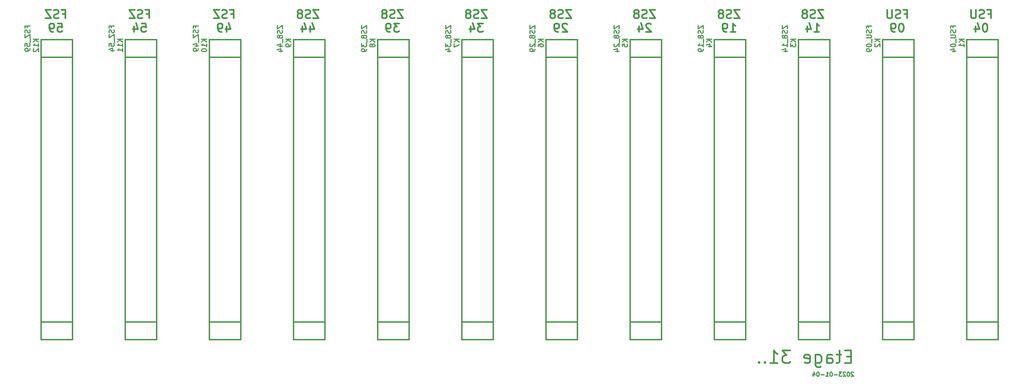
<source format=gbo>
%TF.GenerationSoftware,KiCad,Pcbnew,(6.0.7)*%
%TF.CreationDate,2023-01-08T19:57:54+01:00*%
%TF.ProjectId,BP31,42503331-2e6b-4696-9361-645f70636258,0435 -*%
%TF.SameCoordinates,Original*%
%TF.FileFunction,Legend,Bot*%
%TF.FilePolarity,Positive*%
%FSLAX46Y46*%
G04 Gerber Fmt 4.6, Leading zero omitted, Abs format (unit mm)*
G04 Created by KiCad (PCBNEW (6.0.7)) date 2023-01-08 19:57:54*
%MOMM*%
%LPD*%
G01*
G04 APERTURE LIST*
%ADD10C,0.304800*%
%ADD11C,0.508000*%
%ADD12C,0.381000*%
%ADD13C,4.000000*%
%ADD14C,6.400800*%
%ADD15R,3.048000X3.048000*%
%ADD16C,3.048000*%
%ADD17R,1.524000X1.524000*%
%ADD18C,1.524000*%
%ADD19R,1.651000X1.651000*%
%ADD20C,1.651000*%
%ADD21C,2.200000*%
G04 APERTURE END LIST*
D10*
X342363205Y-207704614D02*
X342302729Y-207644138D01*
X342181776Y-207583661D01*
X341879395Y-207583661D01*
X341758443Y-207644138D01*
X341697967Y-207704614D01*
X341637490Y-207825566D01*
X341637490Y-207946518D01*
X341697967Y-208127947D01*
X342423681Y-208853661D01*
X341637490Y-208853661D01*
X340851300Y-207583661D02*
X340730348Y-207583661D01*
X340609395Y-207644138D01*
X340548919Y-207704614D01*
X340488443Y-207825566D01*
X340427967Y-208067471D01*
X340427967Y-208369852D01*
X340488443Y-208611757D01*
X340548919Y-208732709D01*
X340609395Y-208793185D01*
X340730348Y-208853661D01*
X340851300Y-208853661D01*
X340972252Y-208793185D01*
X341032729Y-208732709D01*
X341093205Y-208611757D01*
X341153681Y-208369852D01*
X341153681Y-208067471D01*
X341093205Y-207825566D01*
X341032729Y-207704614D01*
X340972252Y-207644138D01*
X340851300Y-207583661D01*
X339944157Y-207704614D02*
X339883681Y-207644138D01*
X339762729Y-207583661D01*
X339460348Y-207583661D01*
X339339395Y-207644138D01*
X339278919Y-207704614D01*
X339218443Y-207825566D01*
X339218443Y-207946518D01*
X339278919Y-208127947D01*
X340004633Y-208853661D01*
X339218443Y-208853661D01*
X338795110Y-207583661D02*
X338008919Y-207583661D01*
X338432252Y-208067471D01*
X338250824Y-208067471D01*
X338129871Y-208127947D01*
X338069395Y-208188423D01*
X338008919Y-208309376D01*
X338008919Y-208611757D01*
X338069395Y-208732709D01*
X338129871Y-208793185D01*
X338250824Y-208853661D01*
X338613681Y-208853661D01*
X338734633Y-208793185D01*
X338795110Y-208732709D01*
X337464633Y-208369852D02*
X336497014Y-208369852D01*
X335650348Y-207583661D02*
X335529395Y-207583661D01*
X335408443Y-207644138D01*
X335347967Y-207704614D01*
X335287490Y-207825566D01*
X335227014Y-208067471D01*
X335227014Y-208369852D01*
X335287490Y-208611757D01*
X335347967Y-208732709D01*
X335408443Y-208793185D01*
X335529395Y-208853661D01*
X335650348Y-208853661D01*
X335771300Y-208793185D01*
X335831776Y-208732709D01*
X335892252Y-208611757D01*
X335952729Y-208369852D01*
X335952729Y-208067471D01*
X335892252Y-207825566D01*
X335831776Y-207704614D01*
X335771300Y-207644138D01*
X335650348Y-207583661D01*
X334017490Y-208853661D02*
X334743205Y-208853661D01*
X334380348Y-208853661D02*
X334380348Y-207583661D01*
X334501300Y-207765090D01*
X334622252Y-207886042D01*
X334743205Y-207946518D01*
X333473205Y-208369852D02*
X332505586Y-208369852D01*
X331658919Y-207583661D02*
X331537967Y-207583661D01*
X331417014Y-207644138D01*
X331356538Y-207704614D01*
X331296062Y-207825566D01*
X331235586Y-208067471D01*
X331235586Y-208369852D01*
X331296062Y-208611757D01*
X331356538Y-208732709D01*
X331417014Y-208793185D01*
X331537967Y-208853661D01*
X331658919Y-208853661D01*
X331779871Y-208793185D01*
X331840348Y-208732709D01*
X331900824Y-208611757D01*
X331961300Y-208369852D01*
X331961300Y-208067471D01*
X331900824Y-207825566D01*
X331840348Y-207704614D01*
X331779871Y-207644138D01*
X331658919Y-207583661D01*
X330147014Y-208006995D02*
X330147014Y-208853661D01*
X330449395Y-207523185D02*
X330751776Y-208430328D01*
X329965586Y-208430328D01*
D11*
X341565887Y-202865750D02*
X340295887Y-202865750D01*
X339751601Y-204861464D02*
X341565887Y-204861464D01*
X341565887Y-201051464D01*
X339751601Y-201051464D01*
X338663030Y-202321464D02*
X337211601Y-202321464D01*
X338118744Y-201051464D02*
X338118744Y-204317178D01*
X337937315Y-204680035D01*
X337574458Y-204861464D01*
X337211601Y-204861464D01*
X334308744Y-204861464D02*
X334308744Y-202865750D01*
X334490172Y-202502893D01*
X334853030Y-202321464D01*
X335578744Y-202321464D01*
X335941601Y-202502893D01*
X334308744Y-204680035D02*
X334671601Y-204861464D01*
X335578744Y-204861464D01*
X335941601Y-204680035D01*
X336123030Y-204317178D01*
X336123030Y-203954321D01*
X335941601Y-203591464D01*
X335578744Y-203410035D01*
X334671601Y-203410035D01*
X334308744Y-203228607D01*
X330861601Y-202321464D02*
X330861601Y-205405750D01*
X331043030Y-205768607D01*
X331224458Y-205950035D01*
X331587315Y-206131464D01*
X332131601Y-206131464D01*
X332494458Y-205950035D01*
X330861601Y-204680035D02*
X331224458Y-204861464D01*
X331950172Y-204861464D01*
X332313030Y-204680035D01*
X332494458Y-204498607D01*
X332675887Y-204135750D01*
X332675887Y-203047178D01*
X332494458Y-202684321D01*
X332313030Y-202502893D01*
X331950172Y-202321464D01*
X331224458Y-202321464D01*
X330861601Y-202502893D01*
X327595887Y-204680035D02*
X327958744Y-204861464D01*
X328684458Y-204861464D01*
X329047315Y-204680035D01*
X329228744Y-204317178D01*
X329228744Y-202865750D01*
X329047315Y-202502893D01*
X328684458Y-202321464D01*
X327958744Y-202321464D01*
X327595887Y-202502893D01*
X327414458Y-202865750D01*
X327414458Y-203228607D01*
X329228744Y-203591464D01*
X323241601Y-201051464D02*
X320883030Y-201051464D01*
X322153030Y-202502893D01*
X321608744Y-202502893D01*
X321245887Y-202684321D01*
X321064458Y-202865750D01*
X320883030Y-203228607D01*
X320883030Y-204135750D01*
X321064458Y-204498607D01*
X321245887Y-204680035D01*
X321608744Y-204861464D01*
X322697315Y-204861464D01*
X323060172Y-204680035D01*
X323241601Y-204498607D01*
X317254458Y-204861464D02*
X319431601Y-204861464D01*
X318343030Y-204861464D02*
X318343030Y-201051464D01*
X318705887Y-201595750D01*
X319068744Y-201958607D01*
X319431601Y-202140035D01*
X315621601Y-204498607D02*
X315440172Y-204680035D01*
X315621601Y-204861464D01*
X315803030Y-204680035D01*
X315621601Y-204498607D01*
X315621601Y-204861464D01*
X313807315Y-204498607D02*
X313625887Y-204680035D01*
X313807315Y-204861464D01*
X313988744Y-204680035D01*
X313807315Y-204498607D01*
X313807315Y-204861464D01*
X383025583Y-99320770D02*
X383872250Y-99320770D01*
X383872250Y-100651246D02*
X383872250Y-98111246D01*
X382662726Y-98111246D01*
X381816060Y-100530294D02*
X381453202Y-100651246D01*
X380848441Y-100651246D01*
X380606536Y-100530294D01*
X380485583Y-100409341D01*
X380364631Y-100167437D01*
X380364631Y-99925532D01*
X380485583Y-99683627D01*
X380606536Y-99562675D01*
X380848441Y-99441722D01*
X381332250Y-99320770D01*
X381574155Y-99199818D01*
X381695107Y-99078865D01*
X381816060Y-98836960D01*
X381816060Y-98595056D01*
X381695107Y-98353151D01*
X381574155Y-98232199D01*
X381332250Y-98111246D01*
X380727488Y-98111246D01*
X380364631Y-98232199D01*
X379276060Y-98111246D02*
X379276060Y-100167437D01*
X379155107Y-100409341D01*
X379034155Y-100530294D01*
X378792250Y-100651246D01*
X378308441Y-100651246D01*
X378066536Y-100530294D01*
X377945583Y-100409341D01*
X377824631Y-100167437D01*
X377824631Y-98111246D01*
X382178917Y-102200646D02*
X381937012Y-102200646D01*
X381695107Y-102321599D01*
X381574155Y-102442551D01*
X381453202Y-102684456D01*
X381332250Y-103168265D01*
X381332250Y-103773027D01*
X381453202Y-104256837D01*
X381574155Y-104498741D01*
X381695107Y-104619694D01*
X381937012Y-104740646D01*
X382178917Y-104740646D01*
X382420821Y-104619694D01*
X382541774Y-104498741D01*
X382662726Y-104256837D01*
X382783679Y-103773027D01*
X382783679Y-103168265D01*
X382662726Y-102684456D01*
X382541774Y-102442551D01*
X382420821Y-102321599D01*
X382178917Y-102200646D01*
X379155107Y-103047313D02*
X379155107Y-104740646D01*
X379759869Y-102079694D02*
X380364631Y-103893979D01*
X378792250Y-103893979D01*
X357730659Y-99320770D02*
X358577326Y-99320770D01*
X358577326Y-100651246D02*
X358577326Y-98111246D01*
X357367802Y-98111246D01*
X356521136Y-100530294D02*
X356158278Y-100651246D01*
X355553517Y-100651246D01*
X355311612Y-100530294D01*
X355190659Y-100409341D01*
X355069707Y-100167437D01*
X355069707Y-99925532D01*
X355190659Y-99683627D01*
X355311612Y-99562675D01*
X355553517Y-99441722D01*
X356037326Y-99320770D01*
X356279231Y-99199818D01*
X356400183Y-99078865D01*
X356521136Y-98836960D01*
X356521136Y-98595056D01*
X356400183Y-98353151D01*
X356279231Y-98232199D01*
X356037326Y-98111246D01*
X355432564Y-98111246D01*
X355069707Y-98232199D01*
X353981136Y-98111246D02*
X353981136Y-100167437D01*
X353860183Y-100409341D01*
X353739231Y-100530294D01*
X353497326Y-100651246D01*
X353013517Y-100651246D01*
X352771612Y-100530294D01*
X352650659Y-100409341D01*
X352529707Y-100167437D01*
X352529707Y-98111246D01*
X356883993Y-102200646D02*
X356642088Y-102200646D01*
X356400183Y-102321599D01*
X356279231Y-102442551D01*
X356158278Y-102684456D01*
X356037326Y-103168265D01*
X356037326Y-103773027D01*
X356158278Y-104256837D01*
X356279231Y-104498741D01*
X356400183Y-104619694D01*
X356642088Y-104740646D01*
X356883993Y-104740646D01*
X357125897Y-104619694D01*
X357246850Y-104498741D01*
X357367802Y-104256837D01*
X357488755Y-103773027D01*
X357488755Y-103168265D01*
X357367802Y-102684456D01*
X357246850Y-102442551D01*
X357125897Y-102321599D01*
X356883993Y-102200646D01*
X354827802Y-104740646D02*
X354343993Y-104740646D01*
X354102088Y-104619694D01*
X353981136Y-104498741D01*
X353739231Y-104135884D01*
X353618278Y-103652075D01*
X353618278Y-102684456D01*
X353739231Y-102442551D01*
X353860183Y-102321599D01*
X354102088Y-102200646D01*
X354585897Y-102200646D01*
X354827802Y-102321599D01*
X354948755Y-102442551D01*
X355069707Y-102684456D01*
X355069707Y-103289218D01*
X354948755Y-103531122D01*
X354827802Y-103652075D01*
X354585897Y-103773027D01*
X354102088Y-103773027D01*
X353860183Y-103652075D01*
X353739231Y-103531122D01*
X353618278Y-103289218D01*
X333318658Y-98111246D02*
X331625324Y-98111246D01*
X333318658Y-100651246D01*
X331625324Y-100651246D01*
X330778658Y-100530294D02*
X330415801Y-100651246D01*
X329811039Y-100651246D01*
X329569134Y-100530294D01*
X329448182Y-100409341D01*
X329327229Y-100167437D01*
X329327229Y-99925532D01*
X329448182Y-99683627D01*
X329569134Y-99562675D01*
X329811039Y-99441722D01*
X330294848Y-99320770D01*
X330536753Y-99199818D01*
X330657705Y-99078865D01*
X330778658Y-98836960D01*
X330778658Y-98595056D01*
X330657705Y-98353151D01*
X330536753Y-98232199D01*
X330294848Y-98111246D01*
X329690086Y-98111246D01*
X329327229Y-98232199D01*
X327875801Y-99199818D02*
X328117705Y-99078865D01*
X328238658Y-98957913D01*
X328359610Y-98716008D01*
X328359610Y-98595056D01*
X328238658Y-98353151D01*
X328117705Y-98232199D01*
X327875801Y-98111246D01*
X327391991Y-98111246D01*
X327150086Y-98232199D01*
X327029134Y-98353151D01*
X326908182Y-98595056D01*
X326908182Y-98716008D01*
X327029134Y-98957913D01*
X327150086Y-99078865D01*
X327391991Y-99199818D01*
X327875801Y-99199818D01*
X328117705Y-99320770D01*
X328238658Y-99441722D01*
X328359610Y-99683627D01*
X328359610Y-100167437D01*
X328238658Y-100409341D01*
X328117705Y-100530294D01*
X327875801Y-100651246D01*
X327391991Y-100651246D01*
X327150086Y-100530294D01*
X327029134Y-100409341D01*
X326908182Y-100167437D01*
X326908182Y-99683627D01*
X327029134Y-99441722D01*
X327150086Y-99320770D01*
X327391991Y-99199818D01*
X330536753Y-104740646D02*
X331988182Y-104740646D01*
X331262467Y-104740646D02*
X331262467Y-102200646D01*
X331504372Y-102563503D01*
X331746277Y-102805408D01*
X331988182Y-102926360D01*
X328359610Y-103047313D02*
X328359610Y-104740646D01*
X328964372Y-102079694D02*
X329569134Y-103893979D01*
X327996753Y-103893979D01*
X308023734Y-98111246D02*
X306330400Y-98111246D01*
X308023734Y-100651246D01*
X306330400Y-100651246D01*
X305483734Y-100530294D02*
X305120877Y-100651246D01*
X304516115Y-100651246D01*
X304274210Y-100530294D01*
X304153258Y-100409341D01*
X304032305Y-100167437D01*
X304032305Y-99925532D01*
X304153258Y-99683627D01*
X304274210Y-99562675D01*
X304516115Y-99441722D01*
X304999924Y-99320770D01*
X305241829Y-99199818D01*
X305362781Y-99078865D01*
X305483734Y-98836960D01*
X305483734Y-98595056D01*
X305362781Y-98353151D01*
X305241829Y-98232199D01*
X304999924Y-98111246D01*
X304395162Y-98111246D01*
X304032305Y-98232199D01*
X302580877Y-99199818D02*
X302822781Y-99078865D01*
X302943734Y-98957913D01*
X303064686Y-98716008D01*
X303064686Y-98595056D01*
X302943734Y-98353151D01*
X302822781Y-98232199D01*
X302580877Y-98111246D01*
X302097067Y-98111246D01*
X301855162Y-98232199D01*
X301734210Y-98353151D01*
X301613258Y-98595056D01*
X301613258Y-98716008D01*
X301734210Y-98957913D01*
X301855162Y-99078865D01*
X302097067Y-99199818D01*
X302580877Y-99199818D01*
X302822781Y-99320770D01*
X302943734Y-99441722D01*
X303064686Y-99683627D01*
X303064686Y-100167437D01*
X302943734Y-100409341D01*
X302822781Y-100530294D01*
X302580877Y-100651246D01*
X302097067Y-100651246D01*
X301855162Y-100530294D01*
X301734210Y-100409341D01*
X301613258Y-100167437D01*
X301613258Y-99683627D01*
X301734210Y-99441722D01*
X301855162Y-99320770D01*
X302097067Y-99199818D01*
X305241829Y-104740646D02*
X306693258Y-104740646D01*
X305967543Y-104740646D02*
X305967543Y-102200646D01*
X306209448Y-102563503D01*
X306451353Y-102805408D01*
X306693258Y-102926360D01*
X304032305Y-104740646D02*
X303548496Y-104740646D01*
X303306591Y-104619694D01*
X303185639Y-104498741D01*
X302943734Y-104135884D01*
X302822781Y-103652075D01*
X302822781Y-102684456D01*
X302943734Y-102442551D01*
X303064686Y-102321599D01*
X303306591Y-102200646D01*
X303790400Y-102200646D01*
X304032305Y-102321599D01*
X304153258Y-102442551D01*
X304274210Y-102684456D01*
X304274210Y-103289218D01*
X304153258Y-103531122D01*
X304032305Y-103652075D01*
X303790400Y-103773027D01*
X303306591Y-103773027D01*
X303064686Y-103652075D01*
X302943734Y-103531122D01*
X302822781Y-103289218D01*
X282523160Y-98111246D02*
X280829826Y-98111246D01*
X282523160Y-100651246D01*
X280829826Y-100651246D01*
X279983160Y-100530294D02*
X279620303Y-100651246D01*
X279015541Y-100651246D01*
X278773636Y-100530294D01*
X278652684Y-100409341D01*
X278531731Y-100167437D01*
X278531731Y-99925532D01*
X278652684Y-99683627D01*
X278773636Y-99562675D01*
X279015541Y-99441722D01*
X279499350Y-99320770D01*
X279741255Y-99199818D01*
X279862207Y-99078865D01*
X279983160Y-98836960D01*
X279983160Y-98595056D01*
X279862207Y-98353151D01*
X279741255Y-98232199D01*
X279499350Y-98111246D01*
X278894588Y-98111246D01*
X278531731Y-98232199D01*
X277080303Y-99199818D02*
X277322207Y-99078865D01*
X277443160Y-98957913D01*
X277564112Y-98716008D01*
X277564112Y-98595056D01*
X277443160Y-98353151D01*
X277322207Y-98232199D01*
X277080303Y-98111246D01*
X276596493Y-98111246D01*
X276354588Y-98232199D01*
X276233636Y-98353151D01*
X276112684Y-98595056D01*
X276112684Y-98716008D01*
X276233636Y-98957913D01*
X276354588Y-99078865D01*
X276596493Y-99199818D01*
X277080303Y-99199818D01*
X277322207Y-99320770D01*
X277443160Y-99441722D01*
X277564112Y-99683627D01*
X277564112Y-100167437D01*
X277443160Y-100409341D01*
X277322207Y-100530294D01*
X277080303Y-100651246D01*
X276596493Y-100651246D01*
X276354588Y-100530294D01*
X276233636Y-100409341D01*
X276112684Y-100167437D01*
X276112684Y-99683627D01*
X276233636Y-99441722D01*
X276354588Y-99320770D01*
X276596493Y-99199818D01*
X281192684Y-102442551D02*
X281071731Y-102321599D01*
X280829826Y-102200646D01*
X280225065Y-102200646D01*
X279983160Y-102321599D01*
X279862207Y-102442551D01*
X279741255Y-102684456D01*
X279741255Y-102926360D01*
X279862207Y-103289218D01*
X281313636Y-104740646D01*
X279741255Y-104740646D01*
X277564112Y-103047313D02*
X277564112Y-104740646D01*
X278168874Y-102079694D02*
X278773636Y-103893979D01*
X277201255Y-103893979D01*
X257228236Y-98111246D02*
X255534902Y-98111246D01*
X257228236Y-100651246D01*
X255534902Y-100651246D01*
X254688236Y-100530294D02*
X254325379Y-100651246D01*
X253720617Y-100651246D01*
X253478712Y-100530294D01*
X253357760Y-100409341D01*
X253236807Y-100167437D01*
X253236807Y-99925532D01*
X253357760Y-99683627D01*
X253478712Y-99562675D01*
X253720617Y-99441722D01*
X254204426Y-99320770D01*
X254446331Y-99199818D01*
X254567283Y-99078865D01*
X254688236Y-98836960D01*
X254688236Y-98595056D01*
X254567283Y-98353151D01*
X254446331Y-98232199D01*
X254204426Y-98111246D01*
X253599664Y-98111246D01*
X253236807Y-98232199D01*
X251785379Y-99199818D02*
X252027283Y-99078865D01*
X252148236Y-98957913D01*
X252269188Y-98716008D01*
X252269188Y-98595056D01*
X252148236Y-98353151D01*
X252027283Y-98232199D01*
X251785379Y-98111246D01*
X251301569Y-98111246D01*
X251059664Y-98232199D01*
X250938712Y-98353151D01*
X250817760Y-98595056D01*
X250817760Y-98716008D01*
X250938712Y-98957913D01*
X251059664Y-99078865D01*
X251301569Y-99199818D01*
X251785379Y-99199818D01*
X252027283Y-99320770D01*
X252148236Y-99441722D01*
X252269188Y-99683627D01*
X252269188Y-100167437D01*
X252148236Y-100409341D01*
X252027283Y-100530294D01*
X251785379Y-100651246D01*
X251301569Y-100651246D01*
X251059664Y-100530294D01*
X250938712Y-100409341D01*
X250817760Y-100167437D01*
X250817760Y-99683627D01*
X250938712Y-99441722D01*
X251059664Y-99320770D01*
X251301569Y-99199818D01*
X255897760Y-102442551D02*
X255776807Y-102321599D01*
X255534902Y-102200646D01*
X254930141Y-102200646D01*
X254688236Y-102321599D01*
X254567283Y-102442551D01*
X254446331Y-102684456D01*
X254446331Y-102926360D01*
X254567283Y-103289218D01*
X256018712Y-104740646D01*
X254446331Y-104740646D01*
X253236807Y-104740646D02*
X252752998Y-104740646D01*
X252511093Y-104619694D01*
X252390141Y-104498741D01*
X252148236Y-104135884D01*
X252027283Y-103652075D01*
X252027283Y-102684456D01*
X252148236Y-102442551D01*
X252269188Y-102321599D01*
X252511093Y-102200646D01*
X252994902Y-102200646D01*
X253236807Y-102321599D01*
X253357760Y-102442551D01*
X253478712Y-102684456D01*
X253478712Y-103289218D01*
X253357760Y-103531122D01*
X253236807Y-103652075D01*
X252994902Y-103773027D01*
X252511093Y-103773027D01*
X252269188Y-103652075D01*
X252148236Y-103531122D01*
X252027283Y-103289218D01*
X231727663Y-98111246D02*
X230034329Y-98111246D01*
X231727663Y-100651246D01*
X230034329Y-100651246D01*
X229187663Y-100530294D02*
X228824806Y-100651246D01*
X228220044Y-100651246D01*
X227978139Y-100530294D01*
X227857187Y-100409341D01*
X227736234Y-100167437D01*
X227736234Y-99925532D01*
X227857187Y-99683627D01*
X227978139Y-99562675D01*
X228220044Y-99441722D01*
X228703853Y-99320770D01*
X228945758Y-99199818D01*
X229066710Y-99078865D01*
X229187663Y-98836960D01*
X229187663Y-98595056D01*
X229066710Y-98353151D01*
X228945758Y-98232199D01*
X228703853Y-98111246D01*
X228099091Y-98111246D01*
X227736234Y-98232199D01*
X226284806Y-99199818D02*
X226526710Y-99078865D01*
X226647663Y-98957913D01*
X226768615Y-98716008D01*
X226768615Y-98595056D01*
X226647663Y-98353151D01*
X226526710Y-98232199D01*
X226284806Y-98111246D01*
X225800996Y-98111246D01*
X225559091Y-98232199D01*
X225438139Y-98353151D01*
X225317187Y-98595056D01*
X225317187Y-98716008D01*
X225438139Y-98957913D01*
X225559091Y-99078865D01*
X225800996Y-99199818D01*
X226284806Y-99199818D01*
X226526710Y-99320770D01*
X226647663Y-99441722D01*
X226768615Y-99683627D01*
X226768615Y-100167437D01*
X226647663Y-100409341D01*
X226526710Y-100530294D01*
X226284806Y-100651246D01*
X225800996Y-100651246D01*
X225559091Y-100530294D01*
X225438139Y-100409341D01*
X225317187Y-100167437D01*
X225317187Y-99683627D01*
X225438139Y-99441722D01*
X225559091Y-99320770D01*
X225800996Y-99199818D01*
X230518139Y-102200646D02*
X228945758Y-102200646D01*
X229792425Y-103168265D01*
X229429568Y-103168265D01*
X229187663Y-103289218D01*
X229066710Y-103410170D01*
X228945758Y-103652075D01*
X228945758Y-104256837D01*
X229066710Y-104498741D01*
X229187663Y-104619694D01*
X229429568Y-104740646D01*
X230155282Y-104740646D01*
X230397187Y-104619694D01*
X230518139Y-104498741D01*
X226768615Y-103047313D02*
X226768615Y-104740646D01*
X227373377Y-102079694D02*
X227978139Y-103893979D01*
X226405758Y-103893979D01*
X206432739Y-98111246D02*
X204739405Y-98111246D01*
X206432739Y-100651246D01*
X204739405Y-100651246D01*
X203892739Y-100530294D02*
X203529882Y-100651246D01*
X202925120Y-100651246D01*
X202683215Y-100530294D01*
X202562263Y-100409341D01*
X202441310Y-100167437D01*
X202441310Y-99925532D01*
X202562263Y-99683627D01*
X202683215Y-99562675D01*
X202925120Y-99441722D01*
X203408929Y-99320770D01*
X203650834Y-99199818D01*
X203771786Y-99078865D01*
X203892739Y-98836960D01*
X203892739Y-98595056D01*
X203771786Y-98353151D01*
X203650834Y-98232199D01*
X203408929Y-98111246D01*
X202804167Y-98111246D01*
X202441310Y-98232199D01*
X200989882Y-99199818D02*
X201231786Y-99078865D01*
X201352739Y-98957913D01*
X201473691Y-98716008D01*
X201473691Y-98595056D01*
X201352739Y-98353151D01*
X201231786Y-98232199D01*
X200989882Y-98111246D01*
X200506072Y-98111246D01*
X200264167Y-98232199D01*
X200143215Y-98353151D01*
X200022263Y-98595056D01*
X200022263Y-98716008D01*
X200143215Y-98957913D01*
X200264167Y-99078865D01*
X200506072Y-99199818D01*
X200989882Y-99199818D01*
X201231786Y-99320770D01*
X201352739Y-99441722D01*
X201473691Y-99683627D01*
X201473691Y-100167437D01*
X201352739Y-100409341D01*
X201231786Y-100530294D01*
X200989882Y-100651246D01*
X200506072Y-100651246D01*
X200264167Y-100530294D01*
X200143215Y-100409341D01*
X200022263Y-100167437D01*
X200022263Y-99683627D01*
X200143215Y-99441722D01*
X200264167Y-99320770D01*
X200506072Y-99199818D01*
X205223215Y-102200646D02*
X203650834Y-102200646D01*
X204497501Y-103168265D01*
X204134644Y-103168265D01*
X203892739Y-103289218D01*
X203771786Y-103410170D01*
X203650834Y-103652075D01*
X203650834Y-104256837D01*
X203771786Y-104498741D01*
X203892739Y-104619694D01*
X204134644Y-104740646D01*
X204860358Y-104740646D01*
X205102263Y-104619694D01*
X205223215Y-104498741D01*
X202441310Y-104740646D02*
X201957501Y-104740646D01*
X201715596Y-104619694D01*
X201594644Y-104498741D01*
X201352739Y-104135884D01*
X201231786Y-103652075D01*
X201231786Y-102684456D01*
X201352739Y-102442551D01*
X201473691Y-102321599D01*
X201715596Y-102200646D01*
X202199405Y-102200646D01*
X202441310Y-102321599D01*
X202562263Y-102442551D01*
X202683215Y-102684456D01*
X202683215Y-103289218D01*
X202562263Y-103531122D01*
X202441310Y-103652075D01*
X202199405Y-103773027D01*
X201715596Y-103773027D01*
X201473691Y-103652075D01*
X201352739Y-103531122D01*
X201231786Y-103289218D01*
X180932166Y-98111246D02*
X179238832Y-98111246D01*
X180932166Y-100651246D01*
X179238832Y-100651246D01*
X178392166Y-100530294D02*
X178029309Y-100651246D01*
X177424547Y-100651246D01*
X177182642Y-100530294D01*
X177061690Y-100409341D01*
X176940737Y-100167437D01*
X176940737Y-99925532D01*
X177061690Y-99683627D01*
X177182642Y-99562675D01*
X177424547Y-99441722D01*
X177908356Y-99320770D01*
X178150261Y-99199818D01*
X178271213Y-99078865D01*
X178392166Y-98836960D01*
X178392166Y-98595056D01*
X178271213Y-98353151D01*
X178150261Y-98232199D01*
X177908356Y-98111246D01*
X177303594Y-98111246D01*
X176940737Y-98232199D01*
X175489309Y-99199818D02*
X175731213Y-99078865D01*
X175852166Y-98957913D01*
X175973118Y-98716008D01*
X175973118Y-98595056D01*
X175852166Y-98353151D01*
X175731213Y-98232199D01*
X175489309Y-98111246D01*
X175005499Y-98111246D01*
X174763594Y-98232199D01*
X174642642Y-98353151D01*
X174521690Y-98595056D01*
X174521690Y-98716008D01*
X174642642Y-98957913D01*
X174763594Y-99078865D01*
X175005499Y-99199818D01*
X175489309Y-99199818D01*
X175731213Y-99320770D01*
X175852166Y-99441722D01*
X175973118Y-99683627D01*
X175973118Y-100167437D01*
X175852166Y-100409341D01*
X175731213Y-100530294D01*
X175489309Y-100651246D01*
X175005499Y-100651246D01*
X174763594Y-100530294D01*
X174642642Y-100409341D01*
X174521690Y-100167437D01*
X174521690Y-99683627D01*
X174642642Y-99441722D01*
X174763594Y-99320770D01*
X175005499Y-99199818D01*
X178392166Y-103047313D02*
X178392166Y-104740646D01*
X178996928Y-102079694D02*
X179601690Y-103893979D01*
X178029309Y-103893979D01*
X175973118Y-103047313D02*
X175973118Y-104740646D01*
X176577880Y-102079694D02*
X177182642Y-103893979D01*
X175610261Y-103893979D01*
X154427718Y-99320770D02*
X155274385Y-99320770D01*
X155274385Y-100651246D02*
X155274385Y-98111246D01*
X154064861Y-98111246D01*
X153218194Y-100530294D02*
X152855337Y-100651246D01*
X152250575Y-100651246D01*
X152008670Y-100530294D01*
X151887718Y-100409341D01*
X151766766Y-100167437D01*
X151766766Y-99925532D01*
X151887718Y-99683627D01*
X152008670Y-99562675D01*
X152250575Y-99441722D01*
X152734385Y-99320770D01*
X152976289Y-99199818D01*
X153097242Y-99078865D01*
X153218194Y-98836960D01*
X153218194Y-98595056D01*
X153097242Y-98353151D01*
X152976289Y-98232199D01*
X152734385Y-98111246D01*
X152129623Y-98111246D01*
X151766766Y-98232199D01*
X150920099Y-98111246D02*
X149226766Y-98111246D01*
X150920099Y-100651246D01*
X149226766Y-100651246D01*
X153097242Y-103047313D02*
X153097242Y-104740646D01*
X153702004Y-102079694D02*
X154306766Y-103893979D01*
X152734385Y-103893979D01*
X151645813Y-104740646D02*
X151162004Y-104740646D01*
X150920099Y-104619694D01*
X150799147Y-104498741D01*
X150557242Y-104135884D01*
X150436289Y-103652075D01*
X150436289Y-102684456D01*
X150557242Y-102442551D01*
X150678194Y-102321599D01*
X150920099Y-102200646D01*
X151403908Y-102200646D01*
X151645813Y-102321599D01*
X151766766Y-102442551D01*
X151887718Y-102684456D01*
X151887718Y-103289218D01*
X151766766Y-103531122D01*
X151645813Y-103652075D01*
X151403908Y-103773027D01*
X150920099Y-103773027D01*
X150678194Y-103652075D01*
X150557242Y-103531122D01*
X150436289Y-103289218D01*
X128927144Y-99320770D02*
X129773811Y-99320770D01*
X129773811Y-100651246D02*
X129773811Y-98111246D01*
X128564287Y-98111246D01*
X127717620Y-100530294D02*
X127354763Y-100651246D01*
X126750001Y-100651246D01*
X126508096Y-100530294D01*
X126387144Y-100409341D01*
X126266192Y-100167437D01*
X126266192Y-99925532D01*
X126387144Y-99683627D01*
X126508096Y-99562675D01*
X126750001Y-99441722D01*
X127233811Y-99320770D01*
X127475715Y-99199818D01*
X127596668Y-99078865D01*
X127717620Y-98836960D01*
X127717620Y-98595056D01*
X127596668Y-98353151D01*
X127475715Y-98232199D01*
X127233811Y-98111246D01*
X126629049Y-98111246D01*
X126266192Y-98232199D01*
X125419525Y-98111246D02*
X123726192Y-98111246D01*
X125419525Y-100651246D01*
X123726192Y-100651246D01*
X127475715Y-102200646D02*
X128685239Y-102200646D01*
X128806192Y-103410170D01*
X128685239Y-103289218D01*
X128443334Y-103168265D01*
X127838573Y-103168265D01*
X127596668Y-103289218D01*
X127475715Y-103410170D01*
X127354763Y-103652075D01*
X127354763Y-104256837D01*
X127475715Y-104498741D01*
X127596668Y-104619694D01*
X127838573Y-104740646D01*
X128443334Y-104740646D01*
X128685239Y-104619694D01*
X128806192Y-104498741D01*
X125177620Y-103047313D02*
X125177620Y-104740646D01*
X125782382Y-102079694D02*
X126387144Y-103893979D01*
X124814763Y-103893979D01*
X103632220Y-99320770D02*
X104478887Y-99320770D01*
X104478887Y-100651246D02*
X104478887Y-98111246D01*
X103269363Y-98111246D01*
X102422696Y-100530294D02*
X102059839Y-100651246D01*
X101455077Y-100651246D01*
X101213172Y-100530294D01*
X101092220Y-100409341D01*
X100971268Y-100167437D01*
X100971268Y-99925532D01*
X101092220Y-99683627D01*
X101213172Y-99562675D01*
X101455077Y-99441722D01*
X101938887Y-99320770D01*
X102180791Y-99199818D01*
X102301744Y-99078865D01*
X102422696Y-98836960D01*
X102422696Y-98595056D01*
X102301744Y-98353151D01*
X102180791Y-98232199D01*
X101938887Y-98111246D01*
X101334125Y-98111246D01*
X100971268Y-98232199D01*
X100124601Y-98111246D02*
X98431268Y-98111246D01*
X100124601Y-100651246D01*
X98431268Y-100651246D01*
X102180791Y-102200646D02*
X103390315Y-102200646D01*
X103511268Y-103410170D01*
X103390315Y-103289218D01*
X103148410Y-103168265D01*
X102543649Y-103168265D01*
X102301744Y-103289218D01*
X102180791Y-103410170D01*
X102059839Y-103652075D01*
X102059839Y-104256837D01*
X102180791Y-104498741D01*
X102301744Y-104619694D01*
X102543649Y-104740646D01*
X103148410Y-104740646D01*
X103390315Y-104619694D01*
X103511268Y-104498741D01*
X100850315Y-104740646D02*
X100366506Y-104740646D01*
X100124601Y-104619694D01*
X100003649Y-104498741D01*
X99761744Y-104135884D01*
X99640791Y-103652075D01*
X99640791Y-102684456D01*
X99761744Y-102442551D01*
X99882696Y-102321599D01*
X100124601Y-102200646D01*
X100608410Y-102200646D01*
X100850315Y-102321599D01*
X100971268Y-102442551D01*
X101092220Y-102684456D01*
X101092220Y-103289218D01*
X100971268Y-103531122D01*
X100850315Y-103652075D01*
X100608410Y-103773027D01*
X100124601Y-103773027D01*
X99882696Y-103652075D01*
X99761744Y-103531122D01*
X99640791Y-103289218D01*
D10*
%TO.C,K9*%
X172489428Y-106960977D02*
X170965428Y-106960977D01*
X172489428Y-107831834D02*
X171618571Y-107178691D01*
X170965428Y-107831834D02*
X171836285Y-106960977D01*
X172489428Y-108557548D02*
X172489428Y-108847834D01*
X172416857Y-108992977D01*
X172344285Y-109065548D01*
X172126571Y-109210691D01*
X171836285Y-109283262D01*
X171255714Y-109283262D01*
X171110571Y-109210691D01*
X171038000Y-109138120D01*
X170965428Y-108992977D01*
X170965428Y-108702691D01*
X171038000Y-108557548D01*
X171110571Y-108484977D01*
X171255714Y-108412405D01*
X171618571Y-108412405D01*
X171763714Y-108484977D01*
X171836285Y-108557548D01*
X171908857Y-108702691D01*
X171908857Y-108992977D01*
X171836285Y-109138120D01*
X171763714Y-109210691D01*
X171618571Y-109283262D01*
X168431028Y-102803234D02*
X168431028Y-103819234D01*
X169955028Y-102803234D01*
X169955028Y-103819234D01*
X169882457Y-104327234D02*
X169955028Y-104544948D01*
X169955028Y-104907805D01*
X169882457Y-105052948D01*
X169809885Y-105125520D01*
X169664742Y-105198091D01*
X169519600Y-105198091D01*
X169374457Y-105125520D01*
X169301885Y-105052948D01*
X169229314Y-104907805D01*
X169156742Y-104617520D01*
X169084171Y-104472377D01*
X169011600Y-104399805D01*
X168866457Y-104327234D01*
X168721314Y-104327234D01*
X168576171Y-104399805D01*
X168503600Y-104472377D01*
X168431028Y-104617520D01*
X168431028Y-104980377D01*
X168503600Y-105198091D01*
X169084171Y-106068948D02*
X169011600Y-105923805D01*
X168939028Y-105851234D01*
X168793885Y-105778662D01*
X168721314Y-105778662D01*
X168576171Y-105851234D01*
X168503600Y-105923805D01*
X168431028Y-106068948D01*
X168431028Y-106359234D01*
X168503600Y-106504377D01*
X168576171Y-106576948D01*
X168721314Y-106649520D01*
X168793885Y-106649520D01*
X168939028Y-106576948D01*
X169011600Y-106504377D01*
X169084171Y-106359234D01*
X169084171Y-106068948D01*
X169156742Y-105923805D01*
X169229314Y-105851234D01*
X169374457Y-105778662D01*
X169664742Y-105778662D01*
X169809885Y-105851234D01*
X169882457Y-105923805D01*
X169955028Y-106068948D01*
X169955028Y-106359234D01*
X169882457Y-106504377D01*
X169809885Y-106576948D01*
X169664742Y-106649520D01*
X169374457Y-106649520D01*
X169229314Y-106576948D01*
X169156742Y-106504377D01*
X169084171Y-106359234D01*
X170100171Y-106939805D02*
X170100171Y-108100948D01*
X168939028Y-109116948D02*
X169955028Y-109116948D01*
X168358457Y-108754091D02*
X169447028Y-108391234D01*
X169447028Y-109334662D01*
X168939028Y-110568377D02*
X169955028Y-110568377D01*
X168358457Y-110205520D02*
X169447028Y-109842662D01*
X169447028Y-110786091D01*
%TO.C,K4*%
X299489428Y-106960977D02*
X297965428Y-106960977D01*
X299489428Y-107831834D02*
X298618571Y-107178691D01*
X297965428Y-107831834D02*
X298836285Y-106960977D01*
X298473428Y-109138120D02*
X299489428Y-109138120D01*
X297892857Y-108775262D02*
X298981428Y-108412405D01*
X298981428Y-109355834D01*
X295431028Y-102803234D02*
X295431028Y-103819234D01*
X296955028Y-102803234D01*
X296955028Y-103819234D01*
X296882457Y-104327234D02*
X296955028Y-104544948D01*
X296955028Y-104907805D01*
X296882457Y-105052948D01*
X296809885Y-105125520D01*
X296664742Y-105198091D01*
X296519600Y-105198091D01*
X296374457Y-105125520D01*
X296301885Y-105052948D01*
X296229314Y-104907805D01*
X296156742Y-104617520D01*
X296084171Y-104472377D01*
X296011600Y-104399805D01*
X295866457Y-104327234D01*
X295721314Y-104327234D01*
X295576171Y-104399805D01*
X295503600Y-104472377D01*
X295431028Y-104617520D01*
X295431028Y-104980377D01*
X295503600Y-105198091D01*
X296084171Y-106068948D02*
X296011600Y-105923805D01*
X295939028Y-105851234D01*
X295793885Y-105778662D01*
X295721314Y-105778662D01*
X295576171Y-105851234D01*
X295503600Y-105923805D01*
X295431028Y-106068948D01*
X295431028Y-106359234D01*
X295503600Y-106504377D01*
X295576171Y-106576948D01*
X295721314Y-106649520D01*
X295793885Y-106649520D01*
X295939028Y-106576948D01*
X296011600Y-106504377D01*
X296084171Y-106359234D01*
X296084171Y-106068948D01*
X296156742Y-105923805D01*
X296229314Y-105851234D01*
X296374457Y-105778662D01*
X296664742Y-105778662D01*
X296809885Y-105851234D01*
X296882457Y-105923805D01*
X296955028Y-106068948D01*
X296955028Y-106359234D01*
X296882457Y-106504377D01*
X296809885Y-106576948D01*
X296664742Y-106649520D01*
X296374457Y-106649520D01*
X296229314Y-106576948D01*
X296156742Y-106504377D01*
X296084171Y-106359234D01*
X297100171Y-106939805D02*
X297100171Y-108100948D01*
X296955028Y-109262091D02*
X296955028Y-108391234D01*
X296955028Y-108826662D02*
X295431028Y-108826662D01*
X295648742Y-108681520D01*
X295793885Y-108536377D01*
X295866457Y-108391234D01*
X296955028Y-109987805D02*
X296955028Y-110278091D01*
X296882457Y-110423234D01*
X296809885Y-110495805D01*
X296592171Y-110640948D01*
X296301885Y-110713520D01*
X295721314Y-110713520D01*
X295576171Y-110640948D01*
X295503600Y-110568377D01*
X295431028Y-110423234D01*
X295431028Y-110132948D01*
X295503600Y-109987805D01*
X295576171Y-109915234D01*
X295721314Y-109842662D01*
X296084171Y-109842662D01*
X296229314Y-109915234D01*
X296301885Y-109987805D01*
X296374457Y-110132948D01*
X296374457Y-110423234D01*
X296301885Y-110568377D01*
X296229314Y-110640948D01*
X296084171Y-110713520D01*
%TO.C,K8*%
X197889428Y-106960977D02*
X196365428Y-106960977D01*
X197889428Y-107831834D02*
X197018571Y-107178691D01*
X196365428Y-107831834D02*
X197236285Y-106960977D01*
X197018571Y-108702691D02*
X196946000Y-108557548D01*
X196873428Y-108484977D01*
X196728285Y-108412405D01*
X196655714Y-108412405D01*
X196510571Y-108484977D01*
X196438000Y-108557548D01*
X196365428Y-108702691D01*
X196365428Y-108992977D01*
X196438000Y-109138120D01*
X196510571Y-109210691D01*
X196655714Y-109283262D01*
X196728285Y-109283262D01*
X196873428Y-109210691D01*
X196946000Y-109138120D01*
X197018571Y-108992977D01*
X197018571Y-108702691D01*
X197091142Y-108557548D01*
X197163714Y-108484977D01*
X197308857Y-108412405D01*
X197599142Y-108412405D01*
X197744285Y-108484977D01*
X197816857Y-108557548D01*
X197889428Y-108702691D01*
X197889428Y-108992977D01*
X197816857Y-109138120D01*
X197744285Y-109210691D01*
X197599142Y-109283262D01*
X197308857Y-109283262D01*
X197163714Y-109210691D01*
X197091142Y-109138120D01*
X197018571Y-108992977D01*
X193831028Y-102803234D02*
X193831028Y-103819234D01*
X195355028Y-102803234D01*
X195355028Y-103819234D01*
X195282457Y-104327234D02*
X195355028Y-104544948D01*
X195355028Y-104907805D01*
X195282457Y-105052948D01*
X195209885Y-105125520D01*
X195064742Y-105198091D01*
X194919600Y-105198091D01*
X194774457Y-105125520D01*
X194701885Y-105052948D01*
X194629314Y-104907805D01*
X194556742Y-104617520D01*
X194484171Y-104472377D01*
X194411600Y-104399805D01*
X194266457Y-104327234D01*
X194121314Y-104327234D01*
X193976171Y-104399805D01*
X193903600Y-104472377D01*
X193831028Y-104617520D01*
X193831028Y-104980377D01*
X193903600Y-105198091D01*
X194484171Y-106068948D02*
X194411600Y-105923805D01*
X194339028Y-105851234D01*
X194193885Y-105778662D01*
X194121314Y-105778662D01*
X193976171Y-105851234D01*
X193903600Y-105923805D01*
X193831028Y-106068948D01*
X193831028Y-106359234D01*
X193903600Y-106504377D01*
X193976171Y-106576948D01*
X194121314Y-106649520D01*
X194193885Y-106649520D01*
X194339028Y-106576948D01*
X194411600Y-106504377D01*
X194484171Y-106359234D01*
X194484171Y-106068948D01*
X194556742Y-105923805D01*
X194629314Y-105851234D01*
X194774457Y-105778662D01*
X195064742Y-105778662D01*
X195209885Y-105851234D01*
X195282457Y-105923805D01*
X195355028Y-106068948D01*
X195355028Y-106359234D01*
X195282457Y-106504377D01*
X195209885Y-106576948D01*
X195064742Y-106649520D01*
X194774457Y-106649520D01*
X194629314Y-106576948D01*
X194556742Y-106504377D01*
X194484171Y-106359234D01*
X195500171Y-106939805D02*
X195500171Y-108100948D01*
X193831028Y-108318662D02*
X193831028Y-109262091D01*
X194411600Y-108754091D01*
X194411600Y-108971805D01*
X194484171Y-109116948D01*
X194556742Y-109189520D01*
X194701885Y-109262091D01*
X195064742Y-109262091D01*
X195209885Y-109189520D01*
X195282457Y-109116948D01*
X195355028Y-108971805D01*
X195355028Y-108536377D01*
X195282457Y-108391234D01*
X195209885Y-108318662D01*
X195355028Y-109987805D02*
X195355028Y-110278091D01*
X195282457Y-110423234D01*
X195209885Y-110495805D01*
X194992171Y-110640948D01*
X194701885Y-110713520D01*
X194121314Y-110713520D01*
X193976171Y-110640948D01*
X193903600Y-110568377D01*
X193831028Y-110423234D01*
X193831028Y-110132948D01*
X193903600Y-109987805D01*
X193976171Y-109915234D01*
X194121314Y-109842662D01*
X194484171Y-109842662D01*
X194629314Y-109915234D01*
X194701885Y-109987805D01*
X194774457Y-110132948D01*
X194774457Y-110423234D01*
X194701885Y-110568377D01*
X194629314Y-110640948D01*
X194484171Y-110713520D01*
%TO.C,K6*%
X248689428Y-106960977D02*
X247165428Y-106960977D01*
X248689428Y-107831834D02*
X247818571Y-107178691D01*
X247165428Y-107831834D02*
X248036285Y-106960977D01*
X247165428Y-109138120D02*
X247165428Y-108847834D01*
X247238000Y-108702691D01*
X247310571Y-108630120D01*
X247528285Y-108484977D01*
X247818571Y-108412405D01*
X248399142Y-108412405D01*
X248544285Y-108484977D01*
X248616857Y-108557548D01*
X248689428Y-108702691D01*
X248689428Y-108992977D01*
X248616857Y-109138120D01*
X248544285Y-109210691D01*
X248399142Y-109283262D01*
X248036285Y-109283262D01*
X247891142Y-109210691D01*
X247818571Y-109138120D01*
X247746000Y-108992977D01*
X247746000Y-108702691D01*
X247818571Y-108557548D01*
X247891142Y-108484977D01*
X248036285Y-108412405D01*
X244631028Y-102803234D02*
X244631028Y-103819234D01*
X246155028Y-102803234D01*
X246155028Y-103819234D01*
X246082457Y-104327234D02*
X246155028Y-104544948D01*
X246155028Y-104907805D01*
X246082457Y-105052948D01*
X246009885Y-105125520D01*
X245864742Y-105198091D01*
X245719600Y-105198091D01*
X245574457Y-105125520D01*
X245501885Y-105052948D01*
X245429314Y-104907805D01*
X245356742Y-104617520D01*
X245284171Y-104472377D01*
X245211600Y-104399805D01*
X245066457Y-104327234D01*
X244921314Y-104327234D01*
X244776171Y-104399805D01*
X244703600Y-104472377D01*
X244631028Y-104617520D01*
X244631028Y-104980377D01*
X244703600Y-105198091D01*
X245284171Y-106068948D02*
X245211600Y-105923805D01*
X245139028Y-105851234D01*
X244993885Y-105778662D01*
X244921314Y-105778662D01*
X244776171Y-105851234D01*
X244703600Y-105923805D01*
X244631028Y-106068948D01*
X244631028Y-106359234D01*
X244703600Y-106504377D01*
X244776171Y-106576948D01*
X244921314Y-106649520D01*
X244993885Y-106649520D01*
X245139028Y-106576948D01*
X245211600Y-106504377D01*
X245284171Y-106359234D01*
X245284171Y-106068948D01*
X245356742Y-105923805D01*
X245429314Y-105851234D01*
X245574457Y-105778662D01*
X245864742Y-105778662D01*
X246009885Y-105851234D01*
X246082457Y-105923805D01*
X246155028Y-106068948D01*
X246155028Y-106359234D01*
X246082457Y-106504377D01*
X246009885Y-106576948D01*
X245864742Y-106649520D01*
X245574457Y-106649520D01*
X245429314Y-106576948D01*
X245356742Y-106504377D01*
X245284171Y-106359234D01*
X246300171Y-106939805D02*
X246300171Y-108100948D01*
X244776171Y-108391234D02*
X244703600Y-108463805D01*
X244631028Y-108608948D01*
X244631028Y-108971805D01*
X244703600Y-109116948D01*
X244776171Y-109189520D01*
X244921314Y-109262091D01*
X245066457Y-109262091D01*
X245284171Y-109189520D01*
X246155028Y-108318662D01*
X246155028Y-109262091D01*
X246155028Y-109987805D02*
X246155028Y-110278091D01*
X246082457Y-110423234D01*
X246009885Y-110495805D01*
X245792171Y-110640948D01*
X245501885Y-110713520D01*
X244921314Y-110713520D01*
X244776171Y-110640948D01*
X244703600Y-110568377D01*
X244631028Y-110423234D01*
X244631028Y-110132948D01*
X244703600Y-109987805D01*
X244776171Y-109915234D01*
X244921314Y-109842662D01*
X245284171Y-109842662D01*
X245429314Y-109915234D01*
X245501885Y-109987805D01*
X245574457Y-110132948D01*
X245574457Y-110423234D01*
X245501885Y-110568377D01*
X245429314Y-110640948D01*
X245284171Y-110713520D01*
%TO.C,K7*%
X223289428Y-106960977D02*
X221765428Y-106960977D01*
X223289428Y-107831834D02*
X222418571Y-107178691D01*
X221765428Y-107831834D02*
X222636285Y-106960977D01*
X221765428Y-108339834D02*
X221765428Y-109355834D01*
X223289428Y-108702691D01*
X219231028Y-102803234D02*
X219231028Y-103819234D01*
X220755028Y-102803234D01*
X220755028Y-103819234D01*
X220682457Y-104327234D02*
X220755028Y-104544948D01*
X220755028Y-104907805D01*
X220682457Y-105052948D01*
X220609885Y-105125520D01*
X220464742Y-105198091D01*
X220319600Y-105198091D01*
X220174457Y-105125520D01*
X220101885Y-105052948D01*
X220029314Y-104907805D01*
X219956742Y-104617520D01*
X219884171Y-104472377D01*
X219811600Y-104399805D01*
X219666457Y-104327234D01*
X219521314Y-104327234D01*
X219376171Y-104399805D01*
X219303600Y-104472377D01*
X219231028Y-104617520D01*
X219231028Y-104980377D01*
X219303600Y-105198091D01*
X219884171Y-106068948D02*
X219811600Y-105923805D01*
X219739028Y-105851234D01*
X219593885Y-105778662D01*
X219521314Y-105778662D01*
X219376171Y-105851234D01*
X219303600Y-105923805D01*
X219231028Y-106068948D01*
X219231028Y-106359234D01*
X219303600Y-106504377D01*
X219376171Y-106576948D01*
X219521314Y-106649520D01*
X219593885Y-106649520D01*
X219739028Y-106576948D01*
X219811600Y-106504377D01*
X219884171Y-106359234D01*
X219884171Y-106068948D01*
X219956742Y-105923805D01*
X220029314Y-105851234D01*
X220174457Y-105778662D01*
X220464742Y-105778662D01*
X220609885Y-105851234D01*
X220682457Y-105923805D01*
X220755028Y-106068948D01*
X220755028Y-106359234D01*
X220682457Y-106504377D01*
X220609885Y-106576948D01*
X220464742Y-106649520D01*
X220174457Y-106649520D01*
X220029314Y-106576948D01*
X219956742Y-106504377D01*
X219884171Y-106359234D01*
X220900171Y-106939805D02*
X220900171Y-108100948D01*
X219231028Y-108318662D02*
X219231028Y-109262091D01*
X219811600Y-108754091D01*
X219811600Y-108971805D01*
X219884171Y-109116948D01*
X219956742Y-109189520D01*
X220101885Y-109262091D01*
X220464742Y-109262091D01*
X220609885Y-109189520D01*
X220682457Y-109116948D01*
X220755028Y-108971805D01*
X220755028Y-108536377D01*
X220682457Y-108391234D01*
X220609885Y-108318662D01*
X219739028Y-110568377D02*
X220755028Y-110568377D01*
X219158457Y-110205520D02*
X220247028Y-109842662D01*
X220247028Y-110786091D01*
%TO.C,K1*%
X375689428Y-106960977D02*
X374165428Y-106960977D01*
X375689428Y-107831834D02*
X374818571Y-107178691D01*
X374165428Y-107831834D02*
X375036285Y-106960977D01*
X375689428Y-109283262D02*
X375689428Y-108412405D01*
X375689428Y-108847834D02*
X374165428Y-108847834D01*
X374383142Y-108702691D01*
X374528285Y-108557548D01*
X374600857Y-108412405D01*
X372356742Y-103456377D02*
X372356742Y-102948377D01*
X373155028Y-102948377D02*
X371631028Y-102948377D01*
X371631028Y-103674091D01*
X373082457Y-104182091D02*
X373155028Y-104399805D01*
X373155028Y-104762662D01*
X373082457Y-104907805D01*
X373009885Y-104980377D01*
X372864742Y-105052948D01*
X372719600Y-105052948D01*
X372574457Y-104980377D01*
X372501885Y-104907805D01*
X372429314Y-104762662D01*
X372356742Y-104472377D01*
X372284171Y-104327234D01*
X372211600Y-104254662D01*
X372066457Y-104182091D01*
X371921314Y-104182091D01*
X371776171Y-104254662D01*
X371703600Y-104327234D01*
X371631028Y-104472377D01*
X371631028Y-104835234D01*
X371703600Y-105052948D01*
X371631028Y-105706091D02*
X372864742Y-105706091D01*
X373009885Y-105778662D01*
X373082457Y-105851234D01*
X373155028Y-105996377D01*
X373155028Y-106286662D01*
X373082457Y-106431805D01*
X373009885Y-106504377D01*
X372864742Y-106576948D01*
X371631028Y-106576948D01*
X373300171Y-106939805D02*
X373300171Y-108100948D01*
X371631028Y-108754091D02*
X371631028Y-108899234D01*
X371703600Y-109044377D01*
X371776171Y-109116948D01*
X371921314Y-109189520D01*
X372211600Y-109262091D01*
X372574457Y-109262091D01*
X372864742Y-109189520D01*
X373009885Y-109116948D01*
X373082457Y-109044377D01*
X373155028Y-108899234D01*
X373155028Y-108754091D01*
X373082457Y-108608948D01*
X373009885Y-108536377D01*
X372864742Y-108463805D01*
X372574457Y-108391234D01*
X372211600Y-108391234D01*
X371921314Y-108463805D01*
X371776171Y-108536377D01*
X371703600Y-108608948D01*
X371631028Y-108754091D01*
X372139028Y-110568377D02*
X373155028Y-110568377D01*
X371558457Y-110205520D02*
X372647028Y-109842662D01*
X372647028Y-110786091D01*
%TO.C,K2*%
X350289428Y-106960977D02*
X348765428Y-106960977D01*
X350289428Y-107831834D02*
X349418571Y-107178691D01*
X348765428Y-107831834D02*
X349636285Y-106960977D01*
X348910571Y-108412405D02*
X348838000Y-108484977D01*
X348765428Y-108630120D01*
X348765428Y-108992977D01*
X348838000Y-109138120D01*
X348910571Y-109210691D01*
X349055714Y-109283262D01*
X349200857Y-109283262D01*
X349418571Y-109210691D01*
X350289428Y-108339834D01*
X350289428Y-109283262D01*
X346956742Y-103456377D02*
X346956742Y-102948377D01*
X347755028Y-102948377D02*
X346231028Y-102948377D01*
X346231028Y-103674091D01*
X347682457Y-104182091D02*
X347755028Y-104399805D01*
X347755028Y-104762662D01*
X347682457Y-104907805D01*
X347609885Y-104980377D01*
X347464742Y-105052948D01*
X347319600Y-105052948D01*
X347174457Y-104980377D01*
X347101885Y-104907805D01*
X347029314Y-104762662D01*
X346956742Y-104472377D01*
X346884171Y-104327234D01*
X346811600Y-104254662D01*
X346666457Y-104182091D01*
X346521314Y-104182091D01*
X346376171Y-104254662D01*
X346303600Y-104327234D01*
X346231028Y-104472377D01*
X346231028Y-104835234D01*
X346303600Y-105052948D01*
X346231028Y-105706091D02*
X347464742Y-105706091D01*
X347609885Y-105778662D01*
X347682457Y-105851234D01*
X347755028Y-105996377D01*
X347755028Y-106286662D01*
X347682457Y-106431805D01*
X347609885Y-106504377D01*
X347464742Y-106576948D01*
X346231028Y-106576948D01*
X347900171Y-106939805D02*
X347900171Y-108100948D01*
X346231028Y-108754091D02*
X346231028Y-108899234D01*
X346303600Y-109044377D01*
X346376171Y-109116948D01*
X346521314Y-109189520D01*
X346811600Y-109262091D01*
X347174457Y-109262091D01*
X347464742Y-109189520D01*
X347609885Y-109116948D01*
X347682457Y-109044377D01*
X347755028Y-108899234D01*
X347755028Y-108754091D01*
X347682457Y-108608948D01*
X347609885Y-108536377D01*
X347464742Y-108463805D01*
X347174457Y-108391234D01*
X346811600Y-108391234D01*
X346521314Y-108463805D01*
X346376171Y-108536377D01*
X346303600Y-108608948D01*
X346231028Y-108754091D01*
X347755028Y-109987805D02*
X347755028Y-110278091D01*
X347682457Y-110423234D01*
X347609885Y-110495805D01*
X347392171Y-110640948D01*
X347101885Y-110713520D01*
X346521314Y-110713520D01*
X346376171Y-110640948D01*
X346303600Y-110568377D01*
X346231028Y-110423234D01*
X346231028Y-110132948D01*
X346303600Y-109987805D01*
X346376171Y-109915234D01*
X346521314Y-109842662D01*
X346884171Y-109842662D01*
X347029314Y-109915234D01*
X347101885Y-109987805D01*
X347174457Y-110132948D01*
X347174457Y-110423234D01*
X347101885Y-110568377D01*
X347029314Y-110640948D01*
X346884171Y-110713520D01*
%TO.C,K11*%
X121689428Y-106960977D02*
X120165428Y-106960977D01*
X121689428Y-107831834D02*
X120818571Y-107178691D01*
X120165428Y-107831834D02*
X121036285Y-106960977D01*
X121689428Y-109283262D02*
X121689428Y-108412405D01*
X121689428Y-108847834D02*
X120165428Y-108847834D01*
X120383142Y-108702691D01*
X120528285Y-108557548D01*
X120600857Y-108412405D01*
X121689428Y-110734691D02*
X121689428Y-109863834D01*
X121689428Y-110299262D02*
X120165428Y-110299262D01*
X120383142Y-110154119D01*
X120528285Y-110008977D01*
X120600857Y-109863834D01*
X118356742Y-103456377D02*
X118356742Y-102948377D01*
X119155028Y-102948377D02*
X117631028Y-102948377D01*
X117631028Y-103674091D01*
X119082457Y-104182091D02*
X119155028Y-104399805D01*
X119155028Y-104762662D01*
X119082457Y-104907805D01*
X119009885Y-104980377D01*
X118864742Y-105052948D01*
X118719600Y-105052948D01*
X118574457Y-104980377D01*
X118501885Y-104907805D01*
X118429314Y-104762662D01*
X118356742Y-104472377D01*
X118284171Y-104327234D01*
X118211600Y-104254662D01*
X118066457Y-104182091D01*
X117921314Y-104182091D01*
X117776171Y-104254662D01*
X117703600Y-104327234D01*
X117631028Y-104472377D01*
X117631028Y-104835234D01*
X117703600Y-105052948D01*
X117631028Y-105560948D02*
X117631028Y-106576948D01*
X119155028Y-105560948D01*
X119155028Y-106576948D01*
X119300171Y-106794662D02*
X119300171Y-107955805D01*
X117631028Y-109044377D02*
X117631028Y-108318662D01*
X118356742Y-108246091D01*
X118284171Y-108318662D01*
X118211600Y-108463805D01*
X118211600Y-108826662D01*
X118284171Y-108971805D01*
X118356742Y-109044377D01*
X118501885Y-109116948D01*
X118864742Y-109116948D01*
X119009885Y-109044377D01*
X119082457Y-108971805D01*
X119155028Y-108826662D01*
X119155028Y-108463805D01*
X119082457Y-108318662D01*
X119009885Y-108246091D01*
X118139028Y-110423234D02*
X119155028Y-110423234D01*
X117558457Y-110060377D02*
X118647028Y-109697520D01*
X118647028Y-110640948D01*
%TO.C,K10*%
X147089428Y-106960977D02*
X145565428Y-106960977D01*
X147089428Y-107831834D02*
X146218571Y-107178691D01*
X145565428Y-107831834D02*
X146436285Y-106960977D01*
X147089428Y-109283262D02*
X147089428Y-108412405D01*
X147089428Y-108847834D02*
X145565428Y-108847834D01*
X145783142Y-108702691D01*
X145928285Y-108557548D01*
X146000857Y-108412405D01*
X145565428Y-110226691D02*
X145565428Y-110371834D01*
X145638000Y-110516977D01*
X145710571Y-110589548D01*
X145855714Y-110662120D01*
X146146000Y-110734691D01*
X146508857Y-110734691D01*
X146799142Y-110662120D01*
X146944285Y-110589548D01*
X147016857Y-110516977D01*
X147089428Y-110371834D01*
X147089428Y-110226691D01*
X147016857Y-110081548D01*
X146944285Y-110008977D01*
X146799142Y-109936405D01*
X146508857Y-109863834D01*
X146146000Y-109863834D01*
X145855714Y-109936405D01*
X145710571Y-110008977D01*
X145638000Y-110081548D01*
X145565428Y-110226691D01*
X143756742Y-103456377D02*
X143756742Y-102948377D01*
X144555028Y-102948377D02*
X143031028Y-102948377D01*
X143031028Y-103674091D01*
X144482457Y-104182091D02*
X144555028Y-104399805D01*
X144555028Y-104762662D01*
X144482457Y-104907805D01*
X144409885Y-104980377D01*
X144264742Y-105052948D01*
X144119600Y-105052948D01*
X143974457Y-104980377D01*
X143901885Y-104907805D01*
X143829314Y-104762662D01*
X143756742Y-104472377D01*
X143684171Y-104327234D01*
X143611600Y-104254662D01*
X143466457Y-104182091D01*
X143321314Y-104182091D01*
X143176171Y-104254662D01*
X143103600Y-104327234D01*
X143031028Y-104472377D01*
X143031028Y-104835234D01*
X143103600Y-105052948D01*
X143031028Y-105560948D02*
X143031028Y-106576948D01*
X144555028Y-105560948D01*
X144555028Y-106576948D01*
X144700171Y-106794662D02*
X144700171Y-107955805D01*
X143539028Y-108971805D02*
X144555028Y-108971805D01*
X142958457Y-108608948D02*
X144047028Y-108246091D01*
X144047028Y-109189520D01*
X144555028Y-109842662D02*
X144555028Y-110132948D01*
X144482457Y-110278091D01*
X144409885Y-110350662D01*
X144192171Y-110495805D01*
X143901885Y-110568377D01*
X143321314Y-110568377D01*
X143176171Y-110495805D01*
X143103600Y-110423234D01*
X143031028Y-110278091D01*
X143031028Y-109987805D01*
X143103600Y-109842662D01*
X143176171Y-109770091D01*
X143321314Y-109697520D01*
X143684171Y-109697520D01*
X143829314Y-109770091D01*
X143901885Y-109842662D01*
X143974457Y-109987805D01*
X143974457Y-110278091D01*
X143901885Y-110423234D01*
X143829314Y-110495805D01*
X143684171Y-110568377D01*
%TO.C,K12*%
X96289428Y-106960977D02*
X94765428Y-106960977D01*
X96289428Y-107831834D02*
X95418571Y-107178691D01*
X94765428Y-107831834D02*
X95636285Y-106960977D01*
X96289428Y-109283262D02*
X96289428Y-108412405D01*
X96289428Y-108847834D02*
X94765428Y-108847834D01*
X94983142Y-108702691D01*
X95128285Y-108557548D01*
X95200857Y-108412405D01*
X94910571Y-109863834D02*
X94838000Y-109936405D01*
X94765428Y-110081548D01*
X94765428Y-110444405D01*
X94838000Y-110589548D01*
X94910571Y-110662119D01*
X95055714Y-110734691D01*
X95200857Y-110734691D01*
X95418571Y-110662119D01*
X96289428Y-109791262D01*
X96289428Y-110734691D01*
X92956742Y-103456377D02*
X92956742Y-102948377D01*
X93755028Y-102948377D02*
X92231028Y-102948377D01*
X92231028Y-103674091D01*
X93682457Y-104182091D02*
X93755028Y-104399805D01*
X93755028Y-104762662D01*
X93682457Y-104907805D01*
X93609885Y-104980377D01*
X93464742Y-105052948D01*
X93319600Y-105052948D01*
X93174457Y-104980377D01*
X93101885Y-104907805D01*
X93029314Y-104762662D01*
X92956742Y-104472377D01*
X92884171Y-104327234D01*
X92811600Y-104254662D01*
X92666457Y-104182091D01*
X92521314Y-104182091D01*
X92376171Y-104254662D01*
X92303600Y-104327234D01*
X92231028Y-104472377D01*
X92231028Y-104835234D01*
X92303600Y-105052948D01*
X92231028Y-105560948D02*
X92231028Y-106576948D01*
X93755028Y-105560948D01*
X93755028Y-106576948D01*
X93900171Y-106794662D02*
X93900171Y-107955805D01*
X92231028Y-109044377D02*
X92231028Y-108318662D01*
X92956742Y-108246091D01*
X92884171Y-108318662D01*
X92811600Y-108463805D01*
X92811600Y-108826662D01*
X92884171Y-108971805D01*
X92956742Y-109044377D01*
X93101885Y-109116948D01*
X93464742Y-109116948D01*
X93609885Y-109044377D01*
X93682457Y-108971805D01*
X93755028Y-108826662D01*
X93755028Y-108463805D01*
X93682457Y-108318662D01*
X93609885Y-108246091D01*
X93755028Y-109842662D02*
X93755028Y-110132948D01*
X93682457Y-110278091D01*
X93609885Y-110350662D01*
X93392171Y-110495805D01*
X93101885Y-110568377D01*
X92521314Y-110568377D01*
X92376171Y-110495805D01*
X92303600Y-110423234D01*
X92231028Y-110278091D01*
X92231028Y-109987805D01*
X92303600Y-109842662D01*
X92376171Y-109770091D01*
X92521314Y-109697520D01*
X92884171Y-109697520D01*
X93029314Y-109770091D01*
X93101885Y-109842662D01*
X93174457Y-109987805D01*
X93174457Y-110278091D01*
X93101885Y-110423234D01*
X93029314Y-110495805D01*
X92884171Y-110568377D01*
%TO.C,K3*%
X324889428Y-106960977D02*
X323365428Y-106960977D01*
X324889428Y-107831834D02*
X324018571Y-107178691D01*
X323365428Y-107831834D02*
X324236285Y-106960977D01*
X323365428Y-108339834D02*
X323365428Y-109283262D01*
X323946000Y-108775262D01*
X323946000Y-108992977D01*
X324018571Y-109138120D01*
X324091142Y-109210691D01*
X324236285Y-109283262D01*
X324599142Y-109283262D01*
X324744285Y-109210691D01*
X324816857Y-109138120D01*
X324889428Y-108992977D01*
X324889428Y-108557548D01*
X324816857Y-108412405D01*
X324744285Y-108339834D01*
X320831028Y-102803234D02*
X320831028Y-103819234D01*
X322355028Y-102803234D01*
X322355028Y-103819234D01*
X322282457Y-104327234D02*
X322355028Y-104544948D01*
X322355028Y-104907805D01*
X322282457Y-105052948D01*
X322209885Y-105125520D01*
X322064742Y-105198091D01*
X321919600Y-105198091D01*
X321774457Y-105125520D01*
X321701885Y-105052948D01*
X321629314Y-104907805D01*
X321556742Y-104617520D01*
X321484171Y-104472377D01*
X321411600Y-104399805D01*
X321266457Y-104327234D01*
X321121314Y-104327234D01*
X320976171Y-104399805D01*
X320903600Y-104472377D01*
X320831028Y-104617520D01*
X320831028Y-104980377D01*
X320903600Y-105198091D01*
X321484171Y-106068948D02*
X321411600Y-105923805D01*
X321339028Y-105851234D01*
X321193885Y-105778662D01*
X321121314Y-105778662D01*
X320976171Y-105851234D01*
X320903600Y-105923805D01*
X320831028Y-106068948D01*
X320831028Y-106359234D01*
X320903600Y-106504377D01*
X320976171Y-106576948D01*
X321121314Y-106649520D01*
X321193885Y-106649520D01*
X321339028Y-106576948D01*
X321411600Y-106504377D01*
X321484171Y-106359234D01*
X321484171Y-106068948D01*
X321556742Y-105923805D01*
X321629314Y-105851234D01*
X321774457Y-105778662D01*
X322064742Y-105778662D01*
X322209885Y-105851234D01*
X322282457Y-105923805D01*
X322355028Y-106068948D01*
X322355028Y-106359234D01*
X322282457Y-106504377D01*
X322209885Y-106576948D01*
X322064742Y-106649520D01*
X321774457Y-106649520D01*
X321629314Y-106576948D01*
X321556742Y-106504377D01*
X321484171Y-106359234D01*
X322500171Y-106939805D02*
X322500171Y-108100948D01*
X322355028Y-109262091D02*
X322355028Y-108391234D01*
X322355028Y-108826662D02*
X320831028Y-108826662D01*
X321048742Y-108681520D01*
X321193885Y-108536377D01*
X321266457Y-108391234D01*
X321339028Y-110568377D02*
X322355028Y-110568377D01*
X320758457Y-110205520D02*
X321847028Y-109842662D01*
X321847028Y-110786091D01*
%TO.C,K5*%
X274089428Y-106960977D02*
X272565428Y-106960977D01*
X274089428Y-107831834D02*
X273218571Y-107178691D01*
X272565428Y-107831834D02*
X273436285Y-106960977D01*
X272565428Y-109210691D02*
X272565428Y-108484977D01*
X273291142Y-108412405D01*
X273218571Y-108484977D01*
X273146000Y-108630120D01*
X273146000Y-108992977D01*
X273218571Y-109138120D01*
X273291142Y-109210691D01*
X273436285Y-109283262D01*
X273799142Y-109283262D01*
X273944285Y-109210691D01*
X274016857Y-109138120D01*
X274089428Y-108992977D01*
X274089428Y-108630120D01*
X274016857Y-108484977D01*
X273944285Y-108412405D01*
X270031028Y-102803234D02*
X270031028Y-103819234D01*
X271555028Y-102803234D01*
X271555028Y-103819234D01*
X271482457Y-104327234D02*
X271555028Y-104544948D01*
X271555028Y-104907805D01*
X271482457Y-105052948D01*
X271409885Y-105125520D01*
X271264742Y-105198091D01*
X271119600Y-105198091D01*
X270974457Y-105125520D01*
X270901885Y-105052948D01*
X270829314Y-104907805D01*
X270756742Y-104617520D01*
X270684171Y-104472377D01*
X270611600Y-104399805D01*
X270466457Y-104327234D01*
X270321314Y-104327234D01*
X270176171Y-104399805D01*
X270103600Y-104472377D01*
X270031028Y-104617520D01*
X270031028Y-104980377D01*
X270103600Y-105198091D01*
X270684171Y-106068948D02*
X270611600Y-105923805D01*
X270539028Y-105851234D01*
X270393885Y-105778662D01*
X270321314Y-105778662D01*
X270176171Y-105851234D01*
X270103600Y-105923805D01*
X270031028Y-106068948D01*
X270031028Y-106359234D01*
X270103600Y-106504377D01*
X270176171Y-106576948D01*
X270321314Y-106649520D01*
X270393885Y-106649520D01*
X270539028Y-106576948D01*
X270611600Y-106504377D01*
X270684171Y-106359234D01*
X270684171Y-106068948D01*
X270756742Y-105923805D01*
X270829314Y-105851234D01*
X270974457Y-105778662D01*
X271264742Y-105778662D01*
X271409885Y-105851234D01*
X271482457Y-105923805D01*
X271555028Y-106068948D01*
X271555028Y-106359234D01*
X271482457Y-106504377D01*
X271409885Y-106576948D01*
X271264742Y-106649520D01*
X270974457Y-106649520D01*
X270829314Y-106576948D01*
X270756742Y-106504377D01*
X270684171Y-106359234D01*
X271700171Y-106939805D02*
X271700171Y-108100948D01*
X270176171Y-108391234D02*
X270103600Y-108463805D01*
X270031028Y-108608948D01*
X270031028Y-108971805D01*
X270103600Y-109116948D01*
X270176171Y-109189520D01*
X270321314Y-109262091D01*
X270466457Y-109262091D01*
X270684171Y-109189520D01*
X271555028Y-108318662D01*
X271555028Y-109262091D01*
X270539028Y-110568377D02*
X271555028Y-110568377D01*
X269958457Y-110205520D02*
X271047028Y-109842662D01*
X271047028Y-110786091D01*
D12*
%TO.C,K9*%
X173275000Y-107050000D02*
X173275000Y-197750000D01*
X182800000Y-107050000D02*
X182800000Y-197750000D01*
X173300000Y-112400000D02*
X182800000Y-112400000D01*
X173300000Y-192400000D02*
X182800000Y-192400000D01*
X182800000Y-197750000D02*
X173275000Y-197750000D01*
X173275000Y-107050000D02*
X182800000Y-107050000D01*
%TO.C,K4*%
X300275000Y-107050000D02*
X300275000Y-197750000D01*
X309800000Y-197750000D02*
X300275000Y-197750000D01*
X300300000Y-192400000D02*
X309800000Y-192400000D01*
X309800000Y-107050000D02*
X309800000Y-197750000D01*
X300275000Y-107050000D02*
X309800000Y-107050000D01*
X300300000Y-112400000D02*
X309800000Y-112400000D01*
%TO.C,K8*%
X208200000Y-107050000D02*
X208200000Y-197750000D01*
X198700000Y-112400000D02*
X208200000Y-112400000D01*
X198675000Y-107050000D02*
X208200000Y-107050000D01*
X208200000Y-197750000D02*
X198675000Y-197750000D01*
X198675000Y-107050000D02*
X198675000Y-197750000D01*
X198700000Y-192400000D02*
X208200000Y-192400000D01*
%TO.C,K6*%
X249500000Y-192400000D02*
X259000000Y-192400000D01*
X259000000Y-197750000D02*
X249475000Y-197750000D01*
X249475000Y-107050000D02*
X249475000Y-197750000D01*
X249500000Y-112400000D02*
X259000000Y-112400000D01*
X249475000Y-107050000D02*
X259000000Y-107050000D01*
X259000000Y-107050000D02*
X259000000Y-197750000D01*
%TO.C,K7*%
X233600000Y-197750000D02*
X224075000Y-197750000D01*
X233600000Y-107050000D02*
X233600000Y-197750000D01*
X224100000Y-192400000D02*
X233600000Y-192400000D01*
X224100000Y-112400000D02*
X233600000Y-112400000D01*
X224075000Y-107050000D02*
X233600000Y-107050000D01*
X224075000Y-107050000D02*
X224075000Y-197750000D01*
%TO.C,K1*%
X376475000Y-107050000D02*
X386000000Y-107050000D01*
X376500000Y-112400000D02*
X386000000Y-112400000D01*
X376500000Y-192400000D02*
X386000000Y-192400000D01*
X386000000Y-197750000D02*
X376475000Y-197750000D01*
X386000000Y-107050000D02*
X386000000Y-197750000D01*
X376475000Y-107050000D02*
X376475000Y-197750000D01*
%TO.C,K2*%
X351100000Y-192400000D02*
X360600000Y-192400000D01*
X351075000Y-107050000D02*
X351075000Y-197750000D01*
X360600000Y-107050000D02*
X360600000Y-197750000D01*
X351075000Y-107050000D02*
X360600000Y-107050000D01*
X360600000Y-197750000D02*
X351075000Y-197750000D01*
X351100000Y-112400000D02*
X360600000Y-112400000D01*
%TO.C,K11*%
X122475000Y-107050000D02*
X132000000Y-107050000D01*
X122500000Y-112400000D02*
X132000000Y-112400000D01*
X122500000Y-192400000D02*
X132000000Y-192400000D01*
X132000000Y-107050000D02*
X132000000Y-197750000D01*
X132000000Y-197750000D02*
X122475000Y-197750000D01*
X122475000Y-107050000D02*
X122475000Y-197750000D01*
%TO.C,K10*%
X147875000Y-107050000D02*
X157400000Y-107050000D01*
X147900000Y-112400000D02*
X157400000Y-112400000D01*
X147900000Y-192400000D02*
X157400000Y-192400000D01*
X157400000Y-197750000D02*
X147875000Y-197750000D01*
X147875000Y-107050000D02*
X147875000Y-197750000D01*
X157400000Y-107050000D02*
X157400000Y-197750000D01*
%TO.C,K12*%
X97100000Y-112400000D02*
X106600000Y-112400000D01*
X97075000Y-107050000D02*
X106600000Y-107050000D01*
X106600000Y-197750000D02*
X97075000Y-197750000D01*
X97100000Y-192400000D02*
X106600000Y-192400000D01*
X106600000Y-107050000D02*
X106600000Y-197750000D01*
X97075000Y-107050000D02*
X97075000Y-197750000D01*
%TO.C,K3*%
X325700000Y-112400000D02*
X335200000Y-112400000D01*
X325675000Y-107050000D02*
X335200000Y-107050000D01*
X325700000Y-192400000D02*
X335200000Y-192400000D01*
X335200000Y-107050000D02*
X335200000Y-197750000D01*
X325675000Y-107050000D02*
X325675000Y-197750000D01*
X335200000Y-197750000D02*
X325675000Y-197750000D01*
%TO.C,K5*%
X284400000Y-197750000D02*
X274875000Y-197750000D01*
X274875000Y-107050000D02*
X284400000Y-107050000D01*
X274900000Y-112400000D02*
X284400000Y-112400000D01*
X274900000Y-192400000D02*
X284400000Y-192400000D01*
X274875000Y-107050000D02*
X274875000Y-197750000D01*
X284400000Y-107050000D02*
X284400000Y-197750000D01*
%TD*%
D13*
%TO.C,K9*%
X177800000Y-109900000D03*
X177800000Y-194900000D03*
%TD*%
%TO.C,K4*%
X304800000Y-109900000D03*
X304800000Y-194900000D03*
%TD*%
%TO.C,K8*%
X203200000Y-109900000D03*
X203200000Y-194900000D03*
%TD*%
%TO.C,K6*%
X254000000Y-109900000D03*
X254000000Y-194900000D03*
%TD*%
%TO.C,K7*%
X228600000Y-109900000D03*
X228600000Y-194900000D03*
%TD*%
%TO.C,K1*%
X381000000Y-109900000D03*
X381000000Y-194900000D03*
%TD*%
%TO.C,K2*%
X355600000Y-109900000D03*
X355600000Y-194900000D03*
%TD*%
%TO.C,K11*%
X127000000Y-109900000D03*
X127000000Y-194900000D03*
%TD*%
%TO.C,K10*%
X152400000Y-109900000D03*
X152400000Y-194900000D03*
%TD*%
%TO.C,K12*%
X101600000Y-109900000D03*
X101600000Y-194900000D03*
%TD*%
%TO.C,K3*%
X330200000Y-109900000D03*
X330200000Y-194900000D03*
%TD*%
%TO.C,K5*%
X279400000Y-109900000D03*
X279400000Y-194900000D03*
%TD*%
%LPC*%
D14*
%TO.C,HOLE*%
X320040000Y-194900000D03*
%TD*%
D15*
%TO.C,P4*%
X368300000Y-169899360D03*
D16*
X368300000Y-164900640D03*
X368300000Y-159899380D03*
X368300000Y-154900660D03*
X368300000Y-149899400D03*
X368300000Y-144900680D03*
X368300000Y-139899420D03*
X368300000Y-134900700D03*
%TD*%
D15*
%TO.C,P2*%
X391160000Y-149325360D03*
D16*
X391160000Y-144326640D03*
X391160000Y-139325380D03*
X391160000Y-134326660D03*
X391160000Y-129325400D03*
X391160000Y-124326680D03*
X391160000Y-119325420D03*
X391160000Y-114326700D03*
%TD*%
D14*
%TO.C,HOLE*%
X86360000Y-109900000D03*
%TD*%
D15*
%TO.C,P9*%
X292100000Y-137039360D03*
D16*
X292100000Y-132040640D03*
X292100000Y-127039380D03*
X292100000Y-122040660D03*
%TD*%
D14*
%TO.C,HOLE*%
X193040000Y-194900000D03*
%TD*%
%TO.C,HOLE*%
X264160000Y-109900000D03*
%TD*%
%TO.C,HOLE*%
X162560000Y-109900000D03*
%TD*%
D15*
%TO.C,P11*%
X266700000Y-137039360D03*
D16*
X266700000Y-132040640D03*
X266700000Y-127039380D03*
X266700000Y-122040660D03*
%TD*%
D15*
%TO.C,P3*%
X391160000Y-190981360D03*
D16*
X391160000Y-185982640D03*
X391160000Y-180981380D03*
X391160000Y-175982660D03*
X391160000Y-170981400D03*
X391160000Y-165982680D03*
X391160000Y-160981420D03*
X391160000Y-155982700D03*
%TD*%
D17*
%TO.C,JP1*%
X162585400Y-146583400D03*
D18*
X162585400Y-144043400D03*
%TD*%
D14*
%TO.C,HOLE*%
X269240000Y-194900000D03*
%TD*%
D19*
%TO.C,C1*%
X169799000Y-157556200D03*
D20*
X167259000Y-157556200D03*
%TD*%
D15*
%TO.C,P17*%
X118110000Y-190981360D03*
D16*
X118110000Y-185982640D03*
X118110000Y-180981380D03*
X118110000Y-175982660D03*
X118110000Y-170981400D03*
X118110000Y-165982680D03*
X118110000Y-160981420D03*
X118110000Y-155982700D03*
%TD*%
D14*
%TO.C,HOLE*%
X365760000Y-109900000D03*
%TD*%
D15*
%TO.C,P8*%
X317500000Y-180219360D03*
D16*
X317500000Y-175220640D03*
X317500000Y-170219380D03*
X317500000Y-165220660D03*
%TD*%
D15*
%TO.C,P19*%
X92710000Y-190981360D03*
D16*
X92710000Y-185982640D03*
X92710000Y-180981380D03*
X92710000Y-175982660D03*
X92710000Y-170981400D03*
X92710000Y-165982680D03*
X92710000Y-160981420D03*
X92710000Y-155982700D03*
%TD*%
D14*
%TO.C,HOLE*%
X370840000Y-194900000D03*
%TD*%
D15*
%TO.C,P18*%
X92710000Y-149325360D03*
D16*
X92710000Y-144326640D03*
X92710000Y-139325380D03*
X92710000Y-134326660D03*
X92710000Y-129325400D03*
X92710000Y-124326680D03*
X92710000Y-119325420D03*
X92710000Y-114326700D03*
%TD*%
D15*
%TO.C,P16*%
X118110000Y-149325360D03*
D16*
X118110000Y-144326640D03*
X118110000Y-139325380D03*
X118110000Y-134326660D03*
X118110000Y-129325400D03*
X118110000Y-124326680D03*
X118110000Y-119325420D03*
X118110000Y-114326700D03*
%TD*%
D15*
%TO.C,P12*%
X266700000Y-180219360D03*
D16*
X266700000Y-175220640D03*
X266700000Y-170219380D03*
X266700000Y-165220660D03*
%TD*%
D15*
%TO.C,P10*%
X292100000Y-180219360D03*
D16*
X292100000Y-175220640D03*
X292100000Y-170219380D03*
X292100000Y-165220660D03*
%TD*%
D15*
%TO.C,P7*%
X317500000Y-137039360D03*
D16*
X317500000Y-132040640D03*
X317500000Y-127039380D03*
X317500000Y-122040660D03*
%TD*%
D14*
%TO.C,HOLE*%
X167640000Y-194900000D03*
%TD*%
D15*
%TO.C,P1*%
X165100000Y-116960640D03*
D16*
X165100000Y-121959360D03*
X165100000Y-126960620D03*
X165100000Y-131959340D03*
%TD*%
D15*
%TO.C,P15*%
X143510000Y-190981360D03*
D16*
X143510000Y-185982640D03*
X143510000Y-180981380D03*
X143510000Y-175982660D03*
X143510000Y-170981400D03*
X143510000Y-165982680D03*
X143510000Y-160981420D03*
X143510000Y-155982700D03*
%TD*%
D14*
%TO.C,HOLE*%
X314960000Y-109900000D03*
%TD*%
D15*
%TO.C,P5*%
X342900000Y-137039360D03*
D16*
X342900000Y-132040640D03*
X342900000Y-127039380D03*
X342900000Y-122040660D03*
%TD*%
D15*
%TO.C,P13*%
X241300000Y-137039360D03*
D16*
X241300000Y-132040640D03*
X241300000Y-127039380D03*
X241300000Y-122040660D03*
%TD*%
D15*
%TO.C,P14*%
X143510000Y-149325360D03*
D16*
X143510000Y-144326640D03*
X143510000Y-139325380D03*
X143510000Y-134326660D03*
X143510000Y-129325400D03*
X143510000Y-124326680D03*
X143510000Y-119325420D03*
X143510000Y-114326700D03*
%TD*%
D14*
%TO.C,HOLE*%
X86360000Y-194900000D03*
%TD*%
D15*
%TO.C,P6*%
X342900000Y-180219360D03*
D16*
X342900000Y-175220640D03*
X342900000Y-170219380D03*
X342900000Y-165220660D03*
%TD*%
D21*
%TO.C,K9*%
X175300000Y-114900000D03*
X180300000Y-117400000D03*
X175300000Y-119900000D03*
X180300000Y-122400000D03*
X175300000Y-124900000D03*
X180300000Y-127400000D03*
X175300000Y-129900000D03*
X180300000Y-132400000D03*
X175300000Y-134900000D03*
X180300000Y-137400000D03*
X175300000Y-139900000D03*
X180300000Y-142400000D03*
X175300000Y-144900000D03*
X180300000Y-147400000D03*
X175300000Y-149900000D03*
X180300000Y-152400000D03*
X175300000Y-154900000D03*
X180300000Y-157400000D03*
X175300000Y-159900000D03*
X180300000Y-162400000D03*
X175300000Y-164900000D03*
X180300000Y-167400000D03*
X175300000Y-169900000D03*
X180300000Y-172400000D03*
X175300000Y-174900000D03*
X180300000Y-177401220D03*
X175300000Y-179900000D03*
X180300000Y-182399940D03*
X175300000Y-184900000D03*
X180300000Y-187400000D03*
X175300000Y-189900000D03*
D13*
X177800000Y-109900000D03*
X177800000Y-194900000D03*
%TD*%
D21*
%TO.C,K4*%
X302300000Y-114900000D03*
X307300000Y-117400000D03*
X302300000Y-119900000D03*
X307300000Y-122400000D03*
X302300000Y-124900000D03*
X307300000Y-127400000D03*
X302300000Y-129900000D03*
X307300000Y-132400000D03*
X302300000Y-134900000D03*
X307300000Y-137400000D03*
X302300000Y-139900000D03*
X307300000Y-142400000D03*
X302300000Y-144900000D03*
X307300000Y-147400000D03*
X302300000Y-149900000D03*
X307300000Y-152400000D03*
X302300000Y-154900000D03*
X307300000Y-157400000D03*
X302300000Y-159900000D03*
X307300000Y-162400000D03*
X302300000Y-164900000D03*
X307300000Y-167400000D03*
X302300000Y-169900000D03*
X307300000Y-172400000D03*
X302300000Y-174900000D03*
X307300000Y-177401220D03*
X302300000Y-179900000D03*
X307300000Y-182399940D03*
X302300000Y-184900000D03*
X307300000Y-187400000D03*
X302300000Y-189900000D03*
D13*
X304800000Y-109900000D03*
X304800000Y-194900000D03*
%TD*%
D21*
%TO.C,K8*%
X200700000Y-114900000D03*
X205700000Y-117400000D03*
X200700000Y-119900000D03*
X205700000Y-122400000D03*
X200700000Y-124900000D03*
X205700000Y-127400000D03*
X200700000Y-129900000D03*
X205700000Y-132400000D03*
X200700000Y-134900000D03*
X205700000Y-137400000D03*
X200700000Y-139900000D03*
X205700000Y-142400000D03*
X200700000Y-144900000D03*
X205700000Y-147400000D03*
X200700000Y-149900000D03*
X205700000Y-152400000D03*
X200700000Y-154900000D03*
X205700000Y-157400000D03*
X200700000Y-159900000D03*
X205700000Y-162400000D03*
X200700000Y-164900000D03*
X205700000Y-167400000D03*
X200700000Y-169900000D03*
X205700000Y-172400000D03*
X200700000Y-174900000D03*
X205700000Y-177401220D03*
X200700000Y-179900000D03*
X205700000Y-182399940D03*
X200700000Y-184900000D03*
X205700000Y-187400000D03*
X200700000Y-189900000D03*
D13*
X203200000Y-109900000D03*
X203200000Y-194900000D03*
%TD*%
D21*
%TO.C,K6*%
X251500000Y-114900000D03*
X256500000Y-117400000D03*
X251500000Y-119900000D03*
X256500000Y-122400000D03*
X251500000Y-124900000D03*
X256500000Y-127400000D03*
X251500000Y-129900000D03*
X256500000Y-132400000D03*
X251500000Y-134900000D03*
X256500000Y-137400000D03*
X251500000Y-139900000D03*
X256500000Y-142400000D03*
X251500000Y-144900000D03*
X256500000Y-147400000D03*
X251500000Y-149900000D03*
X256500000Y-152400000D03*
X251500000Y-154900000D03*
X256500000Y-157400000D03*
X251500000Y-159900000D03*
X256500000Y-162400000D03*
X251500000Y-164900000D03*
X256500000Y-167400000D03*
X251500000Y-169900000D03*
X256500000Y-172400000D03*
X251500000Y-174900000D03*
X256500000Y-177401220D03*
X251500000Y-179900000D03*
X256500000Y-182399940D03*
X251500000Y-184900000D03*
X256500000Y-187400000D03*
X251500000Y-189900000D03*
D13*
X254000000Y-109900000D03*
X254000000Y-194900000D03*
%TD*%
D21*
%TO.C,K7*%
X226100000Y-114900000D03*
X231100000Y-117400000D03*
X226100000Y-119900000D03*
X231100000Y-122400000D03*
X226100000Y-124900000D03*
X231100000Y-127400000D03*
X226100000Y-129900000D03*
X231100000Y-132400000D03*
X226100000Y-134900000D03*
X231100000Y-137400000D03*
X226100000Y-139900000D03*
X231100000Y-142400000D03*
X226100000Y-144900000D03*
X231100000Y-147400000D03*
X226100000Y-149900000D03*
X231100000Y-152400000D03*
X226100000Y-154900000D03*
X231100000Y-157400000D03*
X226100000Y-159900000D03*
X231100000Y-162400000D03*
X226100000Y-164900000D03*
X231100000Y-167400000D03*
X226100000Y-169900000D03*
X231100000Y-172400000D03*
X226100000Y-174900000D03*
X231100000Y-177401220D03*
X226100000Y-179900000D03*
X231100000Y-182399940D03*
X226100000Y-184900000D03*
X231100000Y-187400000D03*
X226100000Y-189900000D03*
D13*
X228600000Y-109900000D03*
X228600000Y-194900000D03*
%TD*%
D21*
%TO.C,K1*%
X378500000Y-114900000D03*
X383500000Y-117400000D03*
X378500000Y-119900000D03*
X383500000Y-122400000D03*
X378500000Y-124900000D03*
X383500000Y-127400000D03*
X378500000Y-129900000D03*
X383500000Y-132400000D03*
X378500000Y-134900000D03*
X383500000Y-137400000D03*
X378500000Y-139900000D03*
X383500000Y-142400000D03*
X378500000Y-144900000D03*
X383500000Y-147400000D03*
X378500000Y-149900000D03*
X383500000Y-152400000D03*
X378500000Y-154900000D03*
X383500000Y-157400000D03*
X378500000Y-159900000D03*
X383500000Y-162400000D03*
X378500000Y-164900000D03*
X383500000Y-167400000D03*
X378500000Y-169900000D03*
X383500000Y-172400000D03*
X378500000Y-174900000D03*
X383500000Y-177401220D03*
X378500000Y-179900000D03*
X383500000Y-182399940D03*
X378500000Y-184900000D03*
X383500000Y-187400000D03*
X378500000Y-189900000D03*
D13*
X381000000Y-109900000D03*
X381000000Y-194900000D03*
%TD*%
D21*
%TO.C,K2*%
X353100000Y-114900000D03*
X358100000Y-117400000D03*
X353100000Y-119900000D03*
X358100000Y-122400000D03*
X353100000Y-124900000D03*
X358100000Y-127400000D03*
X353100000Y-129900000D03*
X358100000Y-132400000D03*
X353100000Y-134900000D03*
X358100000Y-137400000D03*
X353100000Y-139900000D03*
X358100000Y-142400000D03*
X353100000Y-144900000D03*
X358100000Y-147400000D03*
X353100000Y-149900000D03*
X358100000Y-152400000D03*
X353100000Y-154900000D03*
X358100000Y-157400000D03*
X353100000Y-159900000D03*
X358100000Y-162400000D03*
X353100000Y-164900000D03*
X358100000Y-167400000D03*
X353100000Y-169900000D03*
X358100000Y-172400000D03*
X353100000Y-174900000D03*
X358100000Y-177401220D03*
X353100000Y-179900000D03*
X358100000Y-182399940D03*
X353100000Y-184900000D03*
X358100000Y-187400000D03*
X353100000Y-189900000D03*
D13*
X355600000Y-109900000D03*
X355600000Y-194900000D03*
%TD*%
D21*
%TO.C,K11*%
X124500000Y-114900000D03*
X129500000Y-117400000D03*
X124500000Y-119900000D03*
X129500000Y-122400000D03*
X124500000Y-124900000D03*
X129500000Y-127400000D03*
X124500000Y-129900000D03*
X129500000Y-132400000D03*
X124500000Y-134900000D03*
X129500000Y-137400000D03*
X124500000Y-139900000D03*
X129500000Y-142400000D03*
X124500000Y-144900000D03*
X129500000Y-147400000D03*
X124500000Y-149900000D03*
X129500000Y-152400000D03*
X124500000Y-154900000D03*
X129500000Y-157400000D03*
X124500000Y-159900000D03*
X129500000Y-162400000D03*
X124500000Y-164900000D03*
X129500000Y-167400000D03*
X124500000Y-169900000D03*
X129500000Y-172400000D03*
X124500000Y-174900000D03*
X129500000Y-177401220D03*
X124500000Y-179900000D03*
X129500000Y-182399940D03*
X124500000Y-184900000D03*
X129500000Y-187400000D03*
X124500000Y-189900000D03*
D13*
X127000000Y-109900000D03*
X127000000Y-194900000D03*
%TD*%
D21*
%TO.C,K10*%
X149900000Y-114900000D03*
X154900000Y-117400000D03*
X149900000Y-119900000D03*
X154900000Y-122400000D03*
X149900000Y-124900000D03*
X154900000Y-127400000D03*
X149900000Y-129900000D03*
X154900000Y-132400000D03*
X149900000Y-134900000D03*
X154900000Y-137400000D03*
X149900000Y-139900000D03*
X154900000Y-142400000D03*
X149900000Y-144900000D03*
X154900000Y-147400000D03*
X149900000Y-149900000D03*
X154900000Y-152400000D03*
X149900000Y-154900000D03*
X154900000Y-157400000D03*
X149900000Y-159900000D03*
X154900000Y-162400000D03*
X149900000Y-164900000D03*
X154900000Y-167400000D03*
X149900000Y-169900000D03*
X154900000Y-172400000D03*
X149900000Y-174900000D03*
X154900000Y-177401220D03*
X149900000Y-179900000D03*
X154900000Y-182399940D03*
X149900000Y-184900000D03*
X154900000Y-187400000D03*
X149900000Y-189900000D03*
D13*
X152400000Y-109900000D03*
X152400000Y-194900000D03*
%TD*%
D21*
%TO.C,K12*%
X99100000Y-114900000D03*
X104100000Y-117400000D03*
X99100000Y-119900000D03*
X104100000Y-122400000D03*
X99100000Y-124900000D03*
X104100000Y-127400000D03*
X99100000Y-129900000D03*
X104100000Y-132400000D03*
X99100000Y-134900000D03*
X104100000Y-137400000D03*
X99100000Y-139900000D03*
X104100000Y-142400000D03*
X99100000Y-144900000D03*
X104100000Y-147400000D03*
X99100000Y-149900000D03*
X104100000Y-152400000D03*
X99100000Y-154900000D03*
X104100000Y-157400000D03*
X99100000Y-159900000D03*
X104100000Y-162400000D03*
X99100000Y-164900000D03*
X104100000Y-167400000D03*
X99100000Y-169900000D03*
X104100000Y-172400000D03*
X99100000Y-174900000D03*
X104100000Y-177401220D03*
X99100000Y-179900000D03*
X104100000Y-182399940D03*
X99100000Y-184900000D03*
X104100000Y-187400000D03*
X99100000Y-189900000D03*
D13*
X101600000Y-109900000D03*
X101600000Y-194900000D03*
%TD*%
D21*
%TO.C,K3*%
X327700000Y-114900000D03*
X332700000Y-117400000D03*
X327700000Y-119900000D03*
X332700000Y-122400000D03*
X327700000Y-124900000D03*
X332700000Y-127400000D03*
X327700000Y-129900000D03*
X332700000Y-132400000D03*
X327700000Y-134900000D03*
X332700000Y-137400000D03*
X327700000Y-139900000D03*
X332700000Y-142400000D03*
X327700000Y-144900000D03*
X332700000Y-147400000D03*
X327700000Y-149900000D03*
X332700000Y-152400000D03*
X327700000Y-154900000D03*
X332700000Y-157400000D03*
X327700000Y-159900000D03*
X332700000Y-162400000D03*
X327700000Y-164900000D03*
X332700000Y-167400000D03*
X327700000Y-169900000D03*
X332700000Y-172400000D03*
X327700000Y-174900000D03*
X332700000Y-177401220D03*
X327700000Y-179900000D03*
X332700000Y-182399940D03*
X327700000Y-184900000D03*
X332700000Y-187400000D03*
X327700000Y-189900000D03*
D13*
X330200000Y-109900000D03*
X330200000Y-194900000D03*
%TD*%
D21*
%TO.C,K5*%
X276900000Y-114900000D03*
X281900000Y-117400000D03*
X276900000Y-119900000D03*
X281900000Y-122400000D03*
X276900000Y-124900000D03*
X281900000Y-127400000D03*
X276900000Y-129900000D03*
X281900000Y-132400000D03*
X276900000Y-134900000D03*
X281900000Y-137400000D03*
X276900000Y-139900000D03*
X281900000Y-142400000D03*
X276900000Y-144900000D03*
X281900000Y-147400000D03*
X276900000Y-149900000D03*
X281900000Y-152400000D03*
X276900000Y-154900000D03*
X281900000Y-157400000D03*
X276900000Y-159900000D03*
X281900000Y-162400000D03*
X276900000Y-164900000D03*
X281900000Y-167400000D03*
X276900000Y-169900000D03*
X281900000Y-172400000D03*
X276900000Y-174900000D03*
X281900000Y-177401220D03*
X276900000Y-179900000D03*
X281900000Y-182399940D03*
X276900000Y-184900000D03*
X281900000Y-187400000D03*
X276900000Y-189900000D03*
D13*
X279400000Y-109900000D03*
X279400000Y-194900000D03*
%TD*%
M02*

</source>
